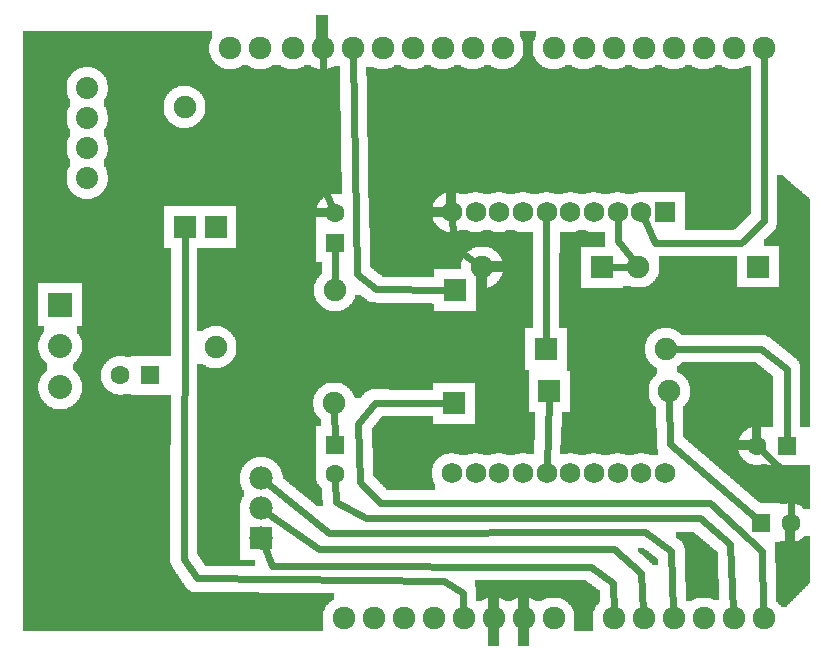
<source format=gbl>
G04 MADE WITH FRITZING*
G04 WWW.FRITZING.ORG*
G04 DOUBLE SIDED*
G04 HOLES PLATED*
G04 CONTOUR ON CENTER OF CONTOUR VECTOR*
%ASAXBY*%
%FSLAX23Y23*%
%MOIN*%
%OFA0B0*%
%SFA1.0B1.0*%
%ADD10C,0.075000*%
%ADD11C,0.075833*%
%ADD12C,0.068000*%
%ADD13C,0.062992*%
%ADD14C,0.073889*%
%ADD15C,0.078000*%
%ADD16C,0.080000*%
%ADD17R,0.068000X0.068000*%
%ADD18R,0.075000X0.075000*%
%ADD19R,0.062992X0.062992*%
%ADD20R,0.078000X0.078000*%
%ADD21R,0.080000X0.080000*%
%ADD22C,0.024000*%
%ADD23R,0.001000X0.001000*%
%LNCOPPER0*%
G90*
G70*
G54D10*
X2613Y1466D03*
X2329Y880D03*
X131Y1991D03*
X2313Y289D03*
X2613Y278D03*
G54D11*
X742Y1992D03*
X842Y1992D03*
X949Y1992D03*
X1049Y1992D03*
X1149Y1992D03*
X1249Y1992D03*
X1349Y1992D03*
X1449Y1992D03*
X1549Y1992D03*
X1649Y1992D03*
X1819Y1992D03*
X1919Y1992D03*
X2019Y1992D03*
X2119Y1992D03*
X2219Y1992D03*
X2319Y1992D03*
X2419Y1992D03*
X2519Y1992D03*
X1119Y92D03*
X1219Y92D03*
X1319Y92D03*
X1419Y92D03*
X1519Y92D03*
X1619Y92D03*
X1719Y92D03*
X1819Y92D03*
X2019Y92D03*
X2119Y92D03*
X2219Y92D03*
X2319Y92D03*
X2419Y92D03*
X2519Y92D03*
G54D12*
X2191Y1446D03*
X2112Y1446D03*
X2033Y1446D03*
X1954Y1446D03*
X1875Y1446D03*
X1796Y1446D03*
X1717Y1446D03*
X1638Y1446D03*
X1559Y1446D03*
X1480Y1446D03*
X1480Y576D03*
X1559Y576D03*
X1638Y576D03*
X1717Y576D03*
X1796Y576D03*
X1875Y576D03*
X1954Y576D03*
X2033Y576D03*
X2112Y576D03*
X2191Y576D03*
G54D10*
X1794Y990D03*
X2194Y990D03*
X1488Y809D03*
X1088Y809D03*
X1491Y1186D03*
X1091Y1186D03*
X693Y1396D03*
X693Y996D03*
X1805Y849D03*
X2205Y849D03*
G54D13*
X2596Y667D03*
X2498Y667D03*
X1090Y671D03*
X1090Y572D03*
X473Y902D03*
X375Y902D03*
G54D14*
X264Y1560D03*
X264Y1660D03*
X264Y1760D03*
X264Y1860D03*
G54D10*
X589Y1397D03*
X589Y1797D03*
X2502Y1264D03*
X2102Y1264D03*
X1981Y1262D03*
X1581Y1262D03*
G54D13*
X2511Y411D03*
X2610Y411D03*
X1091Y1344D03*
X1091Y1443D03*
G54D15*
X844Y358D03*
X844Y458D03*
X844Y558D03*
G54D16*
X175Y1137D03*
X175Y999D03*
X175Y862D03*
G54D17*
X2191Y1446D03*
G54D18*
X1794Y990D03*
X1488Y809D03*
X1491Y1186D03*
X693Y1396D03*
X1805Y849D03*
G54D19*
X2596Y667D03*
X1090Y671D03*
X473Y902D03*
G54D18*
X589Y1397D03*
X2502Y1264D03*
X1981Y1262D03*
G54D19*
X2511Y411D03*
X1091Y1344D03*
G54D20*
X844Y358D03*
G54D21*
X175Y1137D03*
G54D22*
X2306Y425D02*
X2408Y338D01*
D02*
X1194Y425D02*
X2306Y425D01*
D02*
X1091Y549D02*
X1094Y481D01*
D02*
X2339Y475D02*
X2514Y316D01*
D02*
X1223Y811D02*
X1168Y740D01*
D02*
X1463Y809D02*
X1223Y811D01*
D02*
X2205Y824D02*
X2208Y672D01*
D02*
X2218Y990D02*
X2511Y991D01*
D02*
X2511Y991D02*
X2597Y922D01*
D02*
X1091Y1211D02*
X1091Y1321D01*
D02*
X1466Y1186D02*
X1228Y1188D01*
D02*
X1228Y1188D02*
X1164Y1238D01*
D02*
X1053Y1525D02*
X1081Y1464D01*
D02*
X1049Y1968D02*
X1053Y1525D01*
D02*
X1069Y375D02*
X864Y542D01*
D02*
X2125Y380D02*
X1069Y375D01*
D02*
X2218Y117D02*
X2211Y316D01*
D02*
X1036Y322D02*
X865Y444D01*
D02*
X2022Y322D02*
X1036Y322D01*
D02*
X2118Y117D02*
X2111Y244D01*
D02*
X881Y266D02*
X1944Y263D01*
D02*
X1944Y263D02*
X2017Y211D01*
D02*
X854Y335D02*
X881Y266D01*
D02*
X1517Y177D02*
X1518Y117D01*
D02*
X631Y225D02*
X1453Y216D01*
D02*
X586Y291D02*
X631Y225D01*
D02*
X589Y1372D02*
X586Y291D01*
D02*
X1453Y216D02*
X1517Y177D01*
D02*
X1164Y1238D02*
X1150Y1968D01*
D02*
X1090Y693D02*
X1088Y784D01*
D02*
X2519Y1968D02*
X2519Y1416D01*
D02*
X2519Y1416D02*
X2444Y1344D01*
D02*
X2444Y1344D02*
X2156Y1344D01*
D02*
X2156Y1344D02*
X2121Y1425D01*
D02*
X2017Y211D02*
X2019Y117D01*
D02*
X2111Y244D02*
X2022Y322D01*
D02*
X2211Y316D02*
X2125Y380D01*
D02*
X1094Y481D02*
X1194Y425D01*
D02*
X2408Y338D02*
X2418Y117D01*
D02*
X2514Y316D02*
X2518Y117D01*
D02*
X1239Y477D02*
X2339Y475D01*
D02*
X1175Y547D02*
X1239Y477D01*
D02*
X1168Y740D02*
X1175Y547D01*
D02*
X1794Y1015D02*
X1795Y1423D01*
D02*
X1804Y824D02*
X1796Y600D01*
D02*
X2033Y1350D02*
X2087Y1283D01*
D02*
X2033Y1423D02*
X2033Y1350D01*
D02*
X2006Y1262D02*
X2077Y1264D01*
D02*
X1486Y1330D02*
X1561Y1277D01*
D02*
X1481Y1423D02*
X1486Y1330D01*
D02*
X2597Y922D02*
X2596Y690D01*
D02*
X2208Y672D02*
X2494Y426D01*
D02*
X2514Y651D02*
X2608Y563D01*
D02*
X2608Y563D02*
X2610Y434D01*
G36*
X2564Y1569D02*
X2564Y1403D01*
X2562Y1403D01*
X2562Y1395D01*
X2560Y1395D01*
X2560Y1391D01*
X2558Y1391D01*
X2558Y1389D01*
X2556Y1389D01*
X2556Y1385D01*
X2554Y1385D01*
X2554Y1383D01*
X2552Y1383D01*
X2552Y1381D01*
X2550Y1381D01*
X2550Y1379D01*
X2548Y1379D01*
X2548Y1377D01*
X2546Y1377D01*
X2546Y1375D01*
X2544Y1375D01*
X2544Y1373D01*
X2542Y1373D01*
X2542Y1371D01*
X2540Y1371D01*
X2540Y1369D01*
X2538Y1369D01*
X2538Y1367D01*
X2536Y1367D01*
X2536Y1365D01*
X2534Y1365D01*
X2534Y1363D01*
X2532Y1363D01*
X2532Y1361D01*
X2530Y1361D01*
X2530Y1359D01*
X2526Y1359D01*
X2526Y1357D01*
X2524Y1357D01*
X2524Y1355D01*
X2522Y1355D01*
X2522Y1353D01*
X2520Y1353D01*
X2520Y1333D01*
X2572Y1333D01*
X2572Y1195D01*
X2674Y1195D01*
X2674Y1491D01*
X2672Y1491D01*
X2672Y1493D01*
X2670Y1493D01*
X2670Y1495D01*
X2666Y1495D01*
X2666Y1497D01*
X2664Y1497D01*
X2664Y1499D01*
X2662Y1499D01*
X2662Y1501D01*
X2660Y1501D01*
X2660Y1503D01*
X2658Y1503D01*
X2658Y1505D01*
X2654Y1505D01*
X2654Y1507D01*
X2652Y1507D01*
X2652Y1509D01*
X2650Y1509D01*
X2650Y1511D01*
X2648Y1511D01*
X2648Y1513D01*
X2646Y1513D01*
X2646Y1515D01*
X2644Y1515D01*
X2644Y1517D01*
X2640Y1517D01*
X2640Y1519D01*
X2638Y1519D01*
X2638Y1521D01*
X2636Y1521D01*
X2636Y1523D01*
X2634Y1523D01*
X2634Y1525D01*
X2632Y1525D01*
X2632Y1527D01*
X2628Y1527D01*
X2628Y1529D01*
X2626Y1529D01*
X2626Y1531D01*
X2624Y1531D01*
X2624Y1533D01*
X2622Y1533D01*
X2622Y1535D01*
X2620Y1535D01*
X2620Y1537D01*
X2618Y1537D01*
X2618Y1539D01*
X2614Y1539D01*
X2614Y1541D01*
X2612Y1541D01*
X2612Y1543D01*
X2610Y1543D01*
X2610Y1545D01*
X2608Y1545D01*
X2608Y1547D01*
X2606Y1547D01*
X2606Y1549D01*
X2602Y1549D01*
X2602Y1551D01*
X2600Y1551D01*
X2600Y1553D01*
X2598Y1553D01*
X2598Y1555D01*
X2596Y1555D01*
X2596Y1557D01*
X2594Y1557D01*
X2594Y1559D01*
X2592Y1559D01*
X2592Y1561D01*
X2590Y1561D01*
X2590Y1563D01*
X2588Y1563D01*
X2588Y1565D01*
X2586Y1565D01*
X2586Y1567D01*
X2584Y1567D01*
X2584Y1569D01*
X2564Y1569D01*
G37*
D02*
G36*
X1904Y1387D02*
X1904Y1385D01*
X1900Y1385D01*
X1900Y1383D01*
X1894Y1383D01*
X1894Y1381D01*
X1840Y1381D01*
X1840Y1311D01*
X1838Y1311D01*
X1838Y1193D01*
X1912Y1193D01*
X1912Y1331D01*
X1990Y1331D01*
X1990Y1381D01*
X1934Y1381D01*
X1934Y1383D01*
X1928Y1383D01*
X1928Y1385D01*
X1924Y1385D01*
X1924Y1387D01*
X1904Y1387D01*
G37*
D02*
G36*
X2170Y1299D02*
X2170Y1279D01*
X2172Y1279D01*
X2172Y1249D01*
X2170Y1249D01*
X2170Y1241D01*
X2168Y1241D01*
X2168Y1235D01*
X2166Y1235D01*
X2166Y1231D01*
X2164Y1231D01*
X2164Y1229D01*
X2162Y1229D01*
X2162Y1225D01*
X2160Y1225D01*
X2160Y1223D01*
X2158Y1223D01*
X2158Y1221D01*
X2156Y1221D01*
X2156Y1217D01*
X2154Y1217D01*
X2154Y1215D01*
X2152Y1215D01*
X2152Y1213D01*
X2150Y1213D01*
X2150Y1211D01*
X2148Y1211D01*
X2148Y1209D01*
X2144Y1209D01*
X2144Y1207D01*
X2142Y1207D01*
X2142Y1205D01*
X2140Y1205D01*
X2140Y1203D01*
X2136Y1203D01*
X2136Y1201D01*
X2132Y1201D01*
X2132Y1199D01*
X2128Y1199D01*
X2128Y1197D01*
X2122Y1197D01*
X2122Y1195D01*
X2432Y1195D01*
X2432Y1299D01*
X2170Y1299D01*
G37*
D02*
G36*
X2050Y1201D02*
X2050Y1195D01*
X2082Y1195D01*
X2082Y1197D01*
X2076Y1197D01*
X2076Y1199D01*
X2072Y1199D01*
X2072Y1201D01*
X2050Y1201D01*
G37*
D02*
G36*
X2050Y1195D02*
X2050Y1193D01*
X2674Y1193D01*
X2674Y1195D01*
X2050Y1195D01*
G37*
D02*
G36*
X2050Y1195D02*
X2050Y1193D01*
X2674Y1193D01*
X2674Y1195D01*
X2050Y1195D01*
G37*
D02*
G36*
X2050Y1195D02*
X2050Y1193D01*
X2674Y1193D01*
X2674Y1195D01*
X2050Y1195D01*
G37*
D02*
G36*
X1838Y1193D02*
X1838Y1191D01*
X2674Y1191D01*
X2674Y1193D01*
X1838Y1193D01*
G37*
D02*
G36*
X1838Y1193D02*
X1838Y1191D01*
X2674Y1191D01*
X2674Y1193D01*
X1838Y1193D01*
G37*
D02*
G36*
X1838Y1191D02*
X1838Y1059D01*
X2212Y1059D01*
X2212Y1057D01*
X2218Y1057D01*
X2218Y1055D01*
X2222Y1055D01*
X2222Y1053D01*
X2226Y1053D01*
X2226Y1051D01*
X2230Y1051D01*
X2230Y1049D01*
X2232Y1049D01*
X2232Y1047D01*
X2236Y1047D01*
X2236Y1045D01*
X2238Y1045D01*
X2238Y1043D01*
X2240Y1043D01*
X2240Y1041D01*
X2242Y1041D01*
X2242Y1039D01*
X2244Y1039D01*
X2244Y1037D01*
X2246Y1037D01*
X2246Y1035D01*
X2526Y1035D01*
X2526Y1033D01*
X2532Y1033D01*
X2532Y1031D01*
X2536Y1031D01*
X2536Y1029D01*
X2540Y1029D01*
X2540Y1027D01*
X2542Y1027D01*
X2542Y1025D01*
X2544Y1025D01*
X2544Y1023D01*
X2548Y1023D01*
X2548Y1021D01*
X2550Y1021D01*
X2550Y1019D01*
X2552Y1019D01*
X2552Y1017D01*
X2554Y1017D01*
X2554Y1015D01*
X2556Y1015D01*
X2556Y1013D01*
X2560Y1013D01*
X2560Y1011D01*
X2562Y1011D01*
X2562Y1009D01*
X2564Y1009D01*
X2564Y1007D01*
X2566Y1007D01*
X2566Y1005D01*
X2570Y1005D01*
X2570Y1003D01*
X2572Y1003D01*
X2572Y1001D01*
X2574Y1001D01*
X2574Y999D01*
X2576Y999D01*
X2576Y997D01*
X2580Y997D01*
X2580Y995D01*
X2582Y995D01*
X2582Y993D01*
X2584Y993D01*
X2584Y991D01*
X2586Y991D01*
X2586Y989D01*
X2590Y989D01*
X2590Y987D01*
X2592Y987D01*
X2592Y985D01*
X2594Y985D01*
X2594Y983D01*
X2596Y983D01*
X2596Y981D01*
X2600Y981D01*
X2600Y979D01*
X2602Y979D01*
X2602Y977D01*
X2604Y977D01*
X2604Y975D01*
X2606Y975D01*
X2606Y973D01*
X2610Y973D01*
X2610Y971D01*
X2612Y971D01*
X2612Y969D01*
X2614Y969D01*
X2614Y967D01*
X2616Y967D01*
X2616Y965D01*
X2618Y965D01*
X2618Y963D01*
X2622Y963D01*
X2622Y961D01*
X2624Y961D01*
X2624Y959D01*
X2626Y959D01*
X2626Y957D01*
X2628Y957D01*
X2628Y955D01*
X2630Y955D01*
X2630Y953D01*
X2632Y953D01*
X2632Y951D01*
X2634Y951D01*
X2634Y949D01*
X2636Y949D01*
X2636Y945D01*
X2638Y945D01*
X2638Y941D01*
X2640Y941D01*
X2640Y933D01*
X2642Y933D01*
X2642Y869D01*
X2640Y869D01*
X2640Y731D01*
X2674Y731D01*
X2674Y1191D01*
X1838Y1191D01*
G37*
D02*
G36*
X1864Y1059D02*
X1864Y917D01*
X1874Y917D01*
X1874Y779D01*
X1846Y779D01*
X1846Y731D01*
X1844Y731D01*
X1844Y671D01*
X1842Y671D01*
X1842Y643D01*
X2120Y643D01*
X2120Y641D01*
X2132Y641D01*
X2132Y639D01*
X2136Y639D01*
X2136Y637D01*
X2140Y637D01*
X2140Y635D01*
X2162Y635D01*
X2162Y637D01*
X2166Y637D01*
X2166Y657D01*
X2164Y657D01*
X2164Y727D01*
X2162Y727D01*
X2162Y793D01*
X2160Y793D01*
X2160Y795D01*
X2158Y795D01*
X2158Y797D01*
X2156Y797D01*
X2156Y799D01*
X2154Y799D01*
X2154Y801D01*
X2152Y801D01*
X2152Y803D01*
X2150Y803D01*
X2150Y807D01*
X2148Y807D01*
X2148Y809D01*
X2146Y809D01*
X2146Y811D01*
X2144Y811D01*
X2144Y815D01*
X2142Y815D01*
X2142Y819D01*
X2140Y819D01*
X2140Y823D01*
X2138Y823D01*
X2138Y829D01*
X2136Y829D01*
X2136Y869D01*
X2138Y869D01*
X2138Y873D01*
X2140Y873D01*
X2140Y879D01*
X2142Y879D01*
X2142Y883D01*
X2144Y883D01*
X2144Y885D01*
X2146Y885D01*
X2146Y889D01*
X2148Y889D01*
X2148Y891D01*
X2150Y891D01*
X2150Y893D01*
X2152Y893D01*
X2152Y895D01*
X2154Y895D01*
X2154Y897D01*
X2156Y897D01*
X2156Y899D01*
X2158Y899D01*
X2158Y901D01*
X2160Y901D01*
X2160Y903D01*
X2162Y903D01*
X2162Y905D01*
X2164Y905D01*
X2164Y927D01*
X2160Y927D01*
X2160Y929D01*
X2158Y929D01*
X2158Y931D01*
X2154Y931D01*
X2154Y933D01*
X2152Y933D01*
X2152Y935D01*
X2150Y935D01*
X2150Y937D01*
X2146Y937D01*
X2146Y939D01*
X2144Y939D01*
X2144Y941D01*
X2142Y941D01*
X2142Y943D01*
X2140Y943D01*
X2140Y947D01*
X2138Y947D01*
X2138Y949D01*
X2136Y949D01*
X2136Y951D01*
X2134Y951D01*
X2134Y955D01*
X2132Y955D01*
X2132Y957D01*
X2130Y957D01*
X2130Y961D01*
X2128Y961D01*
X2128Y967D01*
X2126Y967D01*
X2126Y973D01*
X2124Y973D01*
X2124Y1007D01*
X2126Y1007D01*
X2126Y1013D01*
X2128Y1013D01*
X2128Y1017D01*
X2130Y1017D01*
X2130Y1021D01*
X2132Y1021D01*
X2132Y1025D01*
X2134Y1025D01*
X2134Y1029D01*
X2136Y1029D01*
X2136Y1031D01*
X2138Y1031D01*
X2138Y1033D01*
X2140Y1033D01*
X2140Y1037D01*
X2142Y1037D01*
X2142Y1039D01*
X2144Y1039D01*
X2144Y1041D01*
X2146Y1041D01*
X2146Y1043D01*
X2150Y1043D01*
X2150Y1045D01*
X2152Y1045D01*
X2152Y1047D01*
X2154Y1047D01*
X2154Y1049D01*
X2158Y1049D01*
X2158Y1051D01*
X2160Y1051D01*
X2160Y1053D01*
X2164Y1053D01*
X2164Y1055D01*
X2170Y1055D01*
X2170Y1057D01*
X2176Y1057D01*
X2176Y1059D01*
X1864Y1059D01*
G37*
D02*
G36*
X1842Y643D02*
X1842Y641D01*
X1866Y641D01*
X1866Y643D01*
X1842Y643D01*
G37*
D02*
G36*
X1884Y643D02*
X1884Y641D01*
X1894Y641D01*
X1894Y639D01*
X1900Y639D01*
X1900Y637D01*
X1904Y637D01*
X1904Y635D01*
X1924Y635D01*
X1924Y637D01*
X1928Y637D01*
X1928Y639D01*
X1934Y639D01*
X1934Y641D01*
X1944Y641D01*
X1944Y643D01*
X1884Y643D01*
G37*
D02*
G36*
X1962Y643D02*
X1962Y641D01*
X1974Y641D01*
X1974Y639D01*
X1978Y639D01*
X1978Y637D01*
X1982Y637D01*
X1982Y635D01*
X2004Y635D01*
X2004Y637D01*
X2008Y637D01*
X2008Y639D01*
X2012Y639D01*
X2012Y641D01*
X2024Y641D01*
X2024Y643D01*
X1962Y643D01*
G37*
D02*
G36*
X2042Y643D02*
X2042Y641D01*
X2052Y641D01*
X2052Y639D01*
X2058Y639D01*
X2058Y637D01*
X2062Y637D01*
X2062Y635D01*
X2082Y635D01*
X2082Y637D01*
X2086Y637D01*
X2086Y639D01*
X2092Y639D01*
X2092Y641D01*
X2102Y641D01*
X2102Y643D01*
X2042Y643D01*
G37*
D02*
G36*
X2248Y947D02*
X2248Y945D01*
X2246Y945D01*
X2246Y943D01*
X2244Y943D01*
X2244Y941D01*
X2242Y941D01*
X2242Y939D01*
X2240Y939D01*
X2240Y937D01*
X2238Y937D01*
X2238Y935D01*
X2236Y935D01*
X2236Y933D01*
X2232Y933D01*
X2232Y913D01*
X2234Y913D01*
X2234Y911D01*
X2238Y911D01*
X2238Y909D01*
X2242Y909D01*
X2242Y907D01*
X2244Y907D01*
X2244Y905D01*
X2248Y905D01*
X2248Y903D01*
X2250Y903D01*
X2250Y901D01*
X2252Y901D01*
X2252Y899D01*
X2254Y899D01*
X2254Y897D01*
X2256Y897D01*
X2256Y895D01*
X2258Y895D01*
X2258Y893D01*
X2260Y893D01*
X2260Y889D01*
X2262Y889D01*
X2262Y887D01*
X2264Y887D01*
X2264Y885D01*
X2266Y885D01*
X2266Y881D01*
X2268Y881D01*
X2268Y877D01*
X2270Y877D01*
X2270Y873D01*
X2272Y873D01*
X2272Y865D01*
X2274Y865D01*
X2274Y831D01*
X2272Y831D01*
X2272Y825D01*
X2270Y825D01*
X2270Y821D01*
X2268Y821D01*
X2268Y817D01*
X2266Y817D01*
X2266Y813D01*
X2264Y813D01*
X2264Y809D01*
X2262Y809D01*
X2262Y807D01*
X2260Y807D01*
X2260Y805D01*
X2258Y805D01*
X2258Y803D01*
X2256Y803D01*
X2256Y801D01*
X2254Y801D01*
X2254Y799D01*
X2252Y799D01*
X2252Y797D01*
X2250Y797D01*
X2250Y743D01*
X2252Y743D01*
X2252Y731D01*
X2508Y731D01*
X2508Y729D01*
X2534Y729D01*
X2534Y731D01*
X2552Y731D01*
X2552Y899D01*
X2550Y899D01*
X2550Y901D01*
X2546Y901D01*
X2546Y903D01*
X2544Y903D01*
X2544Y905D01*
X2542Y905D01*
X2542Y907D01*
X2540Y907D01*
X2540Y909D01*
X2536Y909D01*
X2536Y911D01*
X2534Y911D01*
X2534Y913D01*
X2532Y913D01*
X2532Y915D01*
X2530Y915D01*
X2530Y917D01*
X2526Y917D01*
X2526Y919D01*
X2524Y919D01*
X2524Y921D01*
X2522Y921D01*
X2522Y923D01*
X2520Y923D01*
X2520Y925D01*
X2516Y925D01*
X2516Y927D01*
X2514Y927D01*
X2514Y929D01*
X2512Y929D01*
X2512Y931D01*
X2510Y931D01*
X2510Y933D01*
X2506Y933D01*
X2506Y935D01*
X2504Y935D01*
X2504Y937D01*
X2502Y937D01*
X2502Y939D01*
X2500Y939D01*
X2500Y941D01*
X2498Y941D01*
X2498Y943D01*
X2494Y943D01*
X2494Y945D01*
X2492Y945D01*
X2492Y947D01*
X2248Y947D01*
G37*
D02*
G36*
X2252Y731D02*
X2252Y695D01*
X2254Y695D01*
X2254Y693D01*
X2256Y693D01*
X2256Y691D01*
X2258Y691D01*
X2258Y689D01*
X2260Y689D01*
X2260Y687D01*
X2264Y687D01*
X2264Y685D01*
X2266Y685D01*
X2266Y683D01*
X2268Y683D01*
X2268Y681D01*
X2270Y681D01*
X2270Y679D01*
X2272Y679D01*
X2272Y677D01*
X2274Y677D01*
X2274Y675D01*
X2278Y675D01*
X2278Y673D01*
X2280Y673D01*
X2280Y671D01*
X2282Y671D01*
X2282Y669D01*
X2284Y669D01*
X2284Y667D01*
X2286Y667D01*
X2286Y665D01*
X2288Y665D01*
X2288Y663D01*
X2292Y663D01*
X2292Y661D01*
X2294Y661D01*
X2294Y659D01*
X2296Y659D01*
X2296Y657D01*
X2298Y657D01*
X2298Y655D01*
X2300Y655D01*
X2300Y653D01*
X2302Y653D01*
X2302Y651D01*
X2306Y651D01*
X2306Y649D01*
X2308Y649D01*
X2308Y647D01*
X2310Y647D01*
X2310Y645D01*
X2312Y645D01*
X2312Y643D01*
X2314Y643D01*
X2314Y641D01*
X2316Y641D01*
X2316Y639D01*
X2320Y639D01*
X2320Y637D01*
X2322Y637D01*
X2322Y635D01*
X2324Y635D01*
X2324Y633D01*
X2326Y633D01*
X2326Y631D01*
X2328Y631D01*
X2328Y629D01*
X2330Y629D01*
X2330Y627D01*
X2332Y627D01*
X2332Y625D01*
X2336Y625D01*
X2336Y623D01*
X2338Y623D01*
X2338Y621D01*
X2340Y621D01*
X2340Y619D01*
X2342Y619D01*
X2342Y617D01*
X2344Y617D01*
X2344Y615D01*
X2346Y615D01*
X2346Y613D01*
X2350Y613D01*
X2350Y611D01*
X2352Y611D01*
X2352Y609D01*
X2354Y609D01*
X2354Y607D01*
X2356Y607D01*
X2356Y605D01*
X2358Y605D01*
X2358Y603D01*
X2484Y603D01*
X2484Y605D01*
X2476Y605D01*
X2476Y607D01*
X2472Y607D01*
X2472Y609D01*
X2468Y609D01*
X2468Y611D01*
X2464Y611D01*
X2464Y613D01*
X2462Y613D01*
X2462Y615D01*
X2458Y615D01*
X2458Y617D01*
X2456Y617D01*
X2456Y619D01*
X2454Y619D01*
X2454Y621D01*
X2452Y621D01*
X2452Y623D01*
X2450Y623D01*
X2450Y625D01*
X2448Y625D01*
X2448Y627D01*
X2446Y627D01*
X2446Y631D01*
X2444Y631D01*
X2444Y633D01*
X2442Y633D01*
X2442Y637D01*
X2440Y637D01*
X2440Y639D01*
X2438Y639D01*
X2438Y645D01*
X2436Y645D01*
X2436Y651D01*
X2434Y651D01*
X2434Y683D01*
X2436Y683D01*
X2436Y689D01*
X2438Y689D01*
X2438Y693D01*
X2440Y693D01*
X2440Y697D01*
X2442Y697D01*
X2442Y701D01*
X2444Y701D01*
X2444Y703D01*
X2446Y703D01*
X2446Y707D01*
X2448Y707D01*
X2448Y709D01*
X2450Y709D01*
X2450Y711D01*
X2452Y711D01*
X2452Y713D01*
X2454Y713D01*
X2454Y715D01*
X2456Y715D01*
X2456Y717D01*
X2460Y717D01*
X2460Y719D01*
X2462Y719D01*
X2462Y721D01*
X2464Y721D01*
X2464Y723D01*
X2468Y723D01*
X2468Y725D01*
X2472Y725D01*
X2472Y727D01*
X2478Y727D01*
X2478Y729D01*
X2486Y729D01*
X2486Y731D01*
X2252Y731D01*
G37*
D02*
G36*
X2512Y605D02*
X2512Y603D01*
X2532Y603D01*
X2532Y605D01*
X2512Y605D01*
G37*
D02*
G36*
X2360Y603D02*
X2360Y601D01*
X2674Y601D01*
X2674Y603D01*
X2360Y603D01*
G37*
D02*
G36*
X2360Y603D02*
X2360Y601D01*
X2674Y601D01*
X2674Y603D01*
X2360Y603D01*
G37*
D02*
G36*
X2364Y601D02*
X2364Y599D01*
X2366Y599D01*
X2366Y597D01*
X2368Y597D01*
X2368Y595D01*
X2370Y595D01*
X2370Y593D01*
X2372Y593D01*
X2372Y591D01*
X2374Y591D01*
X2374Y589D01*
X2378Y589D01*
X2378Y587D01*
X2380Y587D01*
X2380Y585D01*
X2382Y585D01*
X2382Y583D01*
X2384Y583D01*
X2384Y581D01*
X2386Y581D01*
X2386Y579D01*
X2388Y579D01*
X2388Y577D01*
X2392Y577D01*
X2392Y575D01*
X2394Y575D01*
X2394Y573D01*
X2396Y573D01*
X2396Y571D01*
X2398Y571D01*
X2398Y569D01*
X2400Y569D01*
X2400Y567D01*
X2402Y567D01*
X2402Y565D01*
X2406Y565D01*
X2406Y563D01*
X2408Y563D01*
X2408Y561D01*
X2410Y561D01*
X2410Y559D01*
X2412Y559D01*
X2412Y557D01*
X2414Y557D01*
X2414Y555D01*
X2416Y555D01*
X2416Y553D01*
X2420Y553D01*
X2420Y551D01*
X2422Y551D01*
X2422Y549D01*
X2424Y549D01*
X2424Y547D01*
X2426Y547D01*
X2426Y545D01*
X2428Y545D01*
X2428Y543D01*
X2430Y543D01*
X2430Y541D01*
X2432Y541D01*
X2432Y539D01*
X2436Y539D01*
X2436Y537D01*
X2438Y537D01*
X2438Y535D01*
X2440Y535D01*
X2440Y533D01*
X2442Y533D01*
X2442Y531D01*
X2444Y531D01*
X2444Y529D01*
X2446Y529D01*
X2446Y527D01*
X2450Y527D01*
X2450Y525D01*
X2452Y525D01*
X2452Y523D01*
X2454Y523D01*
X2454Y521D01*
X2456Y521D01*
X2456Y519D01*
X2458Y519D01*
X2458Y517D01*
X2460Y517D01*
X2460Y515D01*
X2464Y515D01*
X2464Y513D01*
X2466Y513D01*
X2466Y511D01*
X2468Y511D01*
X2468Y509D01*
X2470Y509D01*
X2470Y507D01*
X2472Y507D01*
X2472Y505D01*
X2474Y505D01*
X2474Y503D01*
X2478Y503D01*
X2478Y501D01*
X2480Y501D01*
X2480Y499D01*
X2482Y499D01*
X2482Y497D01*
X2484Y497D01*
X2484Y495D01*
X2486Y495D01*
X2486Y493D01*
X2488Y493D01*
X2488Y491D01*
X2492Y491D01*
X2492Y489D01*
X2494Y489D01*
X2494Y487D01*
X2496Y487D01*
X2496Y485D01*
X2498Y485D01*
X2498Y483D01*
X2500Y483D01*
X2500Y481D01*
X2502Y481D01*
X2502Y479D01*
X2506Y479D01*
X2506Y477D01*
X2508Y477D01*
X2508Y475D01*
X2622Y475D01*
X2622Y473D01*
X2630Y473D01*
X2630Y471D01*
X2636Y471D01*
X2636Y469D01*
X2640Y469D01*
X2640Y467D01*
X2642Y467D01*
X2642Y465D01*
X2646Y465D01*
X2646Y463D01*
X2648Y463D01*
X2648Y461D01*
X2650Y461D01*
X2650Y459D01*
X2652Y459D01*
X2652Y457D01*
X2674Y457D01*
X2674Y601D01*
X2364Y601D01*
G37*
D02*
G36*
X2574Y475D02*
X2574Y473D01*
X2598Y473D01*
X2598Y475D01*
X2574Y475D01*
G37*
D02*
G36*
X52Y2049D02*
X52Y1929D01*
X280Y1929D01*
X280Y1927D01*
X286Y1927D01*
X286Y1925D01*
X292Y1925D01*
X292Y1923D01*
X722Y1923D01*
X722Y1925D01*
X716Y1925D01*
X716Y1927D01*
X712Y1927D01*
X712Y1929D01*
X708Y1929D01*
X708Y1931D01*
X706Y1931D01*
X706Y1933D01*
X702Y1933D01*
X702Y1935D01*
X700Y1935D01*
X700Y1937D01*
X698Y1937D01*
X698Y1939D01*
X694Y1939D01*
X694Y1941D01*
X692Y1941D01*
X692Y1943D01*
X690Y1943D01*
X690Y1945D01*
X688Y1945D01*
X688Y1949D01*
X686Y1949D01*
X686Y1951D01*
X684Y1951D01*
X684Y1953D01*
X682Y1953D01*
X682Y1957D01*
X680Y1957D01*
X680Y1961D01*
X678Y1961D01*
X678Y1965D01*
X676Y1965D01*
X676Y1969D01*
X674Y1969D01*
X674Y1977D01*
X672Y1977D01*
X672Y2007D01*
X674Y2007D01*
X674Y2015D01*
X676Y2015D01*
X676Y2019D01*
X678Y2019D01*
X678Y2023D01*
X680Y2023D01*
X680Y2027D01*
X682Y2027D01*
X682Y2049D01*
X52Y2049D01*
G37*
D02*
G36*
X1708Y2049D02*
X1708Y2029D01*
X1710Y2029D01*
X1710Y2025D01*
X1712Y2025D01*
X1712Y2023D01*
X1714Y2023D01*
X1714Y2017D01*
X1716Y2017D01*
X1716Y2011D01*
X1718Y2011D01*
X1718Y1973D01*
X1716Y1973D01*
X1716Y1967D01*
X1714Y1967D01*
X1714Y1961D01*
X1712Y1961D01*
X1712Y1959D01*
X1710Y1959D01*
X1710Y1955D01*
X1708Y1955D01*
X1708Y1953D01*
X1706Y1953D01*
X1706Y1949D01*
X1704Y1949D01*
X1704Y1947D01*
X1702Y1947D01*
X1702Y1945D01*
X1700Y1945D01*
X1700Y1943D01*
X1698Y1943D01*
X1698Y1941D01*
X1696Y1941D01*
X1696Y1939D01*
X1694Y1939D01*
X1694Y1937D01*
X1692Y1937D01*
X1692Y1935D01*
X1688Y1935D01*
X1688Y1933D01*
X1686Y1933D01*
X1686Y1931D01*
X1682Y1931D01*
X1682Y1929D01*
X1678Y1929D01*
X1678Y1927D01*
X1674Y1927D01*
X1674Y1925D01*
X1668Y1925D01*
X1668Y1923D01*
X1800Y1923D01*
X1800Y1925D01*
X1794Y1925D01*
X1794Y1927D01*
X1790Y1927D01*
X1790Y1929D01*
X1786Y1929D01*
X1786Y1931D01*
X1782Y1931D01*
X1782Y1933D01*
X1780Y1933D01*
X1780Y1935D01*
X1776Y1935D01*
X1776Y1937D01*
X1774Y1937D01*
X1774Y1939D01*
X1772Y1939D01*
X1772Y1941D01*
X1770Y1941D01*
X1770Y1943D01*
X1768Y1943D01*
X1768Y1945D01*
X1766Y1945D01*
X1766Y1947D01*
X1764Y1947D01*
X1764Y1949D01*
X1762Y1949D01*
X1762Y1953D01*
X1760Y1953D01*
X1760Y1955D01*
X1758Y1955D01*
X1758Y1959D01*
X1756Y1959D01*
X1756Y1963D01*
X1754Y1963D01*
X1754Y1967D01*
X1752Y1967D01*
X1752Y1973D01*
X1750Y1973D01*
X1750Y2011D01*
X1752Y2011D01*
X1752Y2017D01*
X1754Y2017D01*
X1754Y2021D01*
X1756Y2021D01*
X1756Y2025D01*
X1758Y2025D01*
X1758Y2029D01*
X1760Y2029D01*
X1760Y2049D01*
X1708Y2049D01*
G37*
D02*
G36*
X884Y1937D02*
X884Y1935D01*
X882Y1935D01*
X882Y1933D01*
X878Y1933D01*
X878Y1931D01*
X876Y1931D01*
X876Y1929D01*
X872Y1929D01*
X872Y1927D01*
X868Y1927D01*
X868Y1925D01*
X862Y1925D01*
X862Y1923D01*
X930Y1923D01*
X930Y1925D01*
X924Y1925D01*
X924Y1927D01*
X920Y1927D01*
X920Y1929D01*
X916Y1929D01*
X916Y1931D01*
X912Y1931D01*
X912Y1933D01*
X910Y1933D01*
X910Y1935D01*
X906Y1935D01*
X906Y1937D01*
X884Y1937D01*
G37*
D02*
G36*
X782Y1935D02*
X782Y1933D01*
X778Y1933D01*
X778Y1931D01*
X776Y1931D01*
X776Y1929D01*
X772Y1929D01*
X772Y1927D01*
X768Y1927D01*
X768Y1925D01*
X762Y1925D01*
X762Y1923D01*
X822Y1923D01*
X822Y1925D01*
X816Y1925D01*
X816Y1927D01*
X812Y1927D01*
X812Y1929D01*
X808Y1929D01*
X808Y1931D01*
X806Y1931D01*
X806Y1933D01*
X802Y1933D01*
X802Y1935D01*
X782Y1935D01*
G37*
D02*
G36*
X988Y1935D02*
X988Y1933D01*
X986Y1933D01*
X986Y1931D01*
X982Y1931D01*
X982Y1929D01*
X978Y1929D01*
X978Y1927D01*
X974Y1927D01*
X974Y1925D01*
X968Y1925D01*
X968Y1923D01*
X1030Y1923D01*
X1030Y1925D01*
X1024Y1925D01*
X1024Y1927D01*
X1020Y1927D01*
X1020Y1929D01*
X1016Y1929D01*
X1016Y1931D01*
X1012Y1931D01*
X1012Y1933D01*
X1010Y1933D01*
X1010Y1935D01*
X988Y1935D01*
G37*
D02*
G36*
X1288Y1935D02*
X1288Y1933D01*
X1286Y1933D01*
X1286Y1931D01*
X1282Y1931D01*
X1282Y1929D01*
X1280Y1929D01*
X1280Y1927D01*
X1274Y1927D01*
X1274Y1925D01*
X1268Y1925D01*
X1268Y1923D01*
X1330Y1923D01*
X1330Y1925D01*
X1324Y1925D01*
X1324Y1927D01*
X1320Y1927D01*
X1320Y1929D01*
X1316Y1929D01*
X1316Y1931D01*
X1312Y1931D01*
X1312Y1933D01*
X1310Y1933D01*
X1310Y1935D01*
X1288Y1935D01*
G37*
D02*
G36*
X1388Y1935D02*
X1388Y1933D01*
X1386Y1933D01*
X1386Y1931D01*
X1382Y1931D01*
X1382Y1929D01*
X1380Y1929D01*
X1380Y1927D01*
X1374Y1927D01*
X1374Y1925D01*
X1368Y1925D01*
X1368Y1923D01*
X1430Y1923D01*
X1430Y1925D01*
X1424Y1925D01*
X1424Y1927D01*
X1420Y1927D01*
X1420Y1929D01*
X1416Y1929D01*
X1416Y1931D01*
X1412Y1931D01*
X1412Y1933D01*
X1410Y1933D01*
X1410Y1935D01*
X1388Y1935D01*
G37*
D02*
G36*
X1488Y1935D02*
X1488Y1933D01*
X1486Y1933D01*
X1486Y1931D01*
X1482Y1931D01*
X1482Y1929D01*
X1478Y1929D01*
X1478Y1927D01*
X1474Y1927D01*
X1474Y1925D01*
X1468Y1925D01*
X1468Y1923D01*
X1530Y1923D01*
X1530Y1925D01*
X1524Y1925D01*
X1524Y1927D01*
X1520Y1927D01*
X1520Y1929D01*
X1516Y1929D01*
X1516Y1931D01*
X1512Y1931D01*
X1512Y1933D01*
X1510Y1933D01*
X1510Y1935D01*
X1488Y1935D01*
G37*
D02*
G36*
X1588Y1935D02*
X1588Y1933D01*
X1586Y1933D01*
X1586Y1931D01*
X1582Y1931D01*
X1582Y1929D01*
X1578Y1929D01*
X1578Y1927D01*
X1574Y1927D01*
X1574Y1925D01*
X1568Y1925D01*
X1568Y1923D01*
X1630Y1923D01*
X1630Y1925D01*
X1624Y1925D01*
X1624Y1927D01*
X1620Y1927D01*
X1620Y1929D01*
X1616Y1929D01*
X1616Y1931D01*
X1612Y1931D01*
X1612Y1933D01*
X1610Y1933D01*
X1610Y1935D01*
X1588Y1935D01*
G37*
D02*
G36*
X1858Y1935D02*
X1858Y1933D01*
X1856Y1933D01*
X1856Y1931D01*
X1852Y1931D01*
X1852Y1929D01*
X1848Y1929D01*
X1848Y1927D01*
X1844Y1927D01*
X1844Y1925D01*
X1838Y1925D01*
X1838Y1923D01*
X1900Y1923D01*
X1900Y1925D01*
X1894Y1925D01*
X1894Y1927D01*
X1890Y1927D01*
X1890Y1929D01*
X1886Y1929D01*
X1886Y1931D01*
X1882Y1931D01*
X1882Y1933D01*
X1880Y1933D01*
X1880Y1935D01*
X1858Y1935D01*
G37*
D02*
G36*
X1958Y1935D02*
X1958Y1933D01*
X1956Y1933D01*
X1956Y1931D01*
X1952Y1931D01*
X1952Y1929D01*
X1948Y1929D01*
X1948Y1927D01*
X1944Y1927D01*
X1944Y1925D01*
X1938Y1925D01*
X1938Y1923D01*
X2000Y1923D01*
X2000Y1925D01*
X1994Y1925D01*
X1994Y1927D01*
X1990Y1927D01*
X1990Y1929D01*
X1986Y1929D01*
X1986Y1931D01*
X1982Y1931D01*
X1982Y1933D01*
X1980Y1933D01*
X1980Y1935D01*
X1958Y1935D01*
G37*
D02*
G36*
X2058Y1935D02*
X2058Y1933D01*
X2056Y1933D01*
X2056Y1931D01*
X2052Y1931D01*
X2052Y1929D01*
X2050Y1929D01*
X2050Y1927D01*
X2044Y1927D01*
X2044Y1925D01*
X2038Y1925D01*
X2038Y1923D01*
X2100Y1923D01*
X2100Y1925D01*
X2094Y1925D01*
X2094Y1927D01*
X2090Y1927D01*
X2090Y1929D01*
X2086Y1929D01*
X2086Y1931D01*
X2082Y1931D01*
X2082Y1933D01*
X2080Y1933D01*
X2080Y1935D01*
X2058Y1935D01*
G37*
D02*
G36*
X2158Y1935D02*
X2158Y1933D01*
X2156Y1933D01*
X2156Y1931D01*
X2152Y1931D01*
X2152Y1929D01*
X2150Y1929D01*
X2150Y1927D01*
X2144Y1927D01*
X2144Y1925D01*
X2138Y1925D01*
X2138Y1923D01*
X2200Y1923D01*
X2200Y1925D01*
X2194Y1925D01*
X2194Y1927D01*
X2190Y1927D01*
X2190Y1929D01*
X2186Y1929D01*
X2186Y1931D01*
X2182Y1931D01*
X2182Y1933D01*
X2180Y1933D01*
X2180Y1935D01*
X2158Y1935D01*
G37*
D02*
G36*
X2258Y1935D02*
X2258Y1933D01*
X2256Y1933D01*
X2256Y1931D01*
X2252Y1931D01*
X2252Y1929D01*
X2250Y1929D01*
X2250Y1927D01*
X2244Y1927D01*
X2244Y1925D01*
X2238Y1925D01*
X2238Y1923D01*
X2300Y1923D01*
X2300Y1925D01*
X2294Y1925D01*
X2294Y1927D01*
X2290Y1927D01*
X2290Y1929D01*
X2286Y1929D01*
X2286Y1931D01*
X2282Y1931D01*
X2282Y1933D01*
X2280Y1933D01*
X2280Y1935D01*
X2258Y1935D01*
G37*
D02*
G36*
X2358Y1935D02*
X2358Y1933D01*
X2356Y1933D01*
X2356Y1931D01*
X2352Y1931D01*
X2352Y1929D01*
X2350Y1929D01*
X2350Y1927D01*
X2344Y1927D01*
X2344Y1925D01*
X2338Y1925D01*
X2338Y1923D01*
X2400Y1923D01*
X2400Y1925D01*
X2394Y1925D01*
X2394Y1927D01*
X2390Y1927D01*
X2390Y1929D01*
X2386Y1929D01*
X2386Y1931D01*
X2382Y1931D01*
X2382Y1933D01*
X2380Y1933D01*
X2380Y1935D01*
X2358Y1935D01*
G37*
D02*
G36*
X1086Y1933D02*
X1086Y1931D01*
X1082Y1931D01*
X1082Y1929D01*
X1078Y1929D01*
X1078Y1927D01*
X1074Y1927D01*
X1074Y1925D01*
X1068Y1925D01*
X1068Y1923D01*
X1106Y1923D01*
X1106Y1933D01*
X1086Y1933D01*
G37*
D02*
G36*
X2456Y1933D02*
X2456Y1931D01*
X2452Y1931D01*
X2452Y1929D01*
X2450Y1929D01*
X2450Y1927D01*
X2444Y1927D01*
X2444Y1925D01*
X2438Y1925D01*
X2438Y1923D01*
X2476Y1923D01*
X2476Y1933D01*
X2456Y1933D01*
G37*
D02*
G36*
X1194Y1931D02*
X1194Y1923D01*
X1230Y1923D01*
X1230Y1925D01*
X1224Y1925D01*
X1224Y1927D01*
X1220Y1927D01*
X1220Y1929D01*
X1216Y1929D01*
X1216Y1931D01*
X1194Y1931D01*
G37*
D02*
G36*
X52Y1929D02*
X52Y1491D01*
X248Y1491D01*
X248Y1493D01*
X240Y1493D01*
X240Y1495D01*
X236Y1495D01*
X236Y1497D01*
X232Y1497D01*
X232Y1499D01*
X228Y1499D01*
X228Y1501D01*
X226Y1501D01*
X226Y1503D01*
X222Y1503D01*
X222Y1505D01*
X220Y1505D01*
X220Y1507D01*
X218Y1507D01*
X218Y1509D01*
X216Y1509D01*
X216Y1511D01*
X214Y1511D01*
X214Y1513D01*
X212Y1513D01*
X212Y1515D01*
X210Y1515D01*
X210Y1517D01*
X208Y1517D01*
X208Y1521D01*
X206Y1521D01*
X206Y1523D01*
X204Y1523D01*
X204Y1527D01*
X202Y1527D01*
X202Y1531D01*
X200Y1531D01*
X200Y1535D01*
X198Y1535D01*
X198Y1541D01*
X196Y1541D01*
X196Y1579D01*
X198Y1579D01*
X198Y1585D01*
X200Y1585D01*
X200Y1589D01*
X202Y1589D01*
X202Y1593D01*
X204Y1593D01*
X204Y1597D01*
X206Y1597D01*
X206Y1599D01*
X208Y1599D01*
X208Y1621D01*
X206Y1621D01*
X206Y1623D01*
X204Y1623D01*
X204Y1627D01*
X202Y1627D01*
X202Y1631D01*
X200Y1631D01*
X200Y1635D01*
X198Y1635D01*
X198Y1641D01*
X196Y1641D01*
X196Y1679D01*
X198Y1679D01*
X198Y1685D01*
X200Y1685D01*
X200Y1689D01*
X202Y1689D01*
X202Y1693D01*
X204Y1693D01*
X204Y1697D01*
X206Y1697D01*
X206Y1699D01*
X208Y1699D01*
X208Y1721D01*
X206Y1721D01*
X206Y1723D01*
X204Y1723D01*
X204Y1727D01*
X202Y1727D01*
X202Y1731D01*
X200Y1731D01*
X200Y1735D01*
X198Y1735D01*
X198Y1741D01*
X196Y1741D01*
X196Y1779D01*
X198Y1779D01*
X198Y1785D01*
X200Y1785D01*
X200Y1789D01*
X202Y1789D01*
X202Y1793D01*
X204Y1793D01*
X204Y1797D01*
X206Y1797D01*
X206Y1799D01*
X208Y1799D01*
X208Y1821D01*
X206Y1821D01*
X206Y1823D01*
X204Y1823D01*
X204Y1827D01*
X202Y1827D01*
X202Y1831D01*
X200Y1831D01*
X200Y1835D01*
X198Y1835D01*
X198Y1841D01*
X196Y1841D01*
X196Y1879D01*
X198Y1879D01*
X198Y1885D01*
X200Y1885D01*
X200Y1889D01*
X202Y1889D01*
X202Y1893D01*
X204Y1893D01*
X204Y1897D01*
X206Y1897D01*
X206Y1899D01*
X208Y1899D01*
X208Y1901D01*
X210Y1901D01*
X210Y1905D01*
X212Y1905D01*
X212Y1907D01*
X214Y1907D01*
X214Y1909D01*
X216Y1909D01*
X216Y1911D01*
X218Y1911D01*
X218Y1913D01*
X220Y1913D01*
X220Y1915D01*
X224Y1915D01*
X224Y1917D01*
X226Y1917D01*
X226Y1919D01*
X230Y1919D01*
X230Y1921D01*
X232Y1921D01*
X232Y1923D01*
X236Y1923D01*
X236Y1925D01*
X242Y1925D01*
X242Y1927D01*
X250Y1927D01*
X250Y1929D01*
X52Y1929D01*
G37*
D02*
G36*
X296Y1923D02*
X296Y1921D01*
X1106Y1921D01*
X1106Y1923D01*
X296Y1923D01*
G37*
D02*
G36*
X296Y1923D02*
X296Y1921D01*
X1106Y1921D01*
X1106Y1923D01*
X296Y1923D01*
G37*
D02*
G36*
X296Y1923D02*
X296Y1921D01*
X1106Y1921D01*
X1106Y1923D01*
X296Y1923D01*
G37*
D02*
G36*
X296Y1923D02*
X296Y1921D01*
X1106Y1921D01*
X1106Y1923D01*
X296Y1923D01*
G37*
D02*
G36*
X296Y1923D02*
X296Y1921D01*
X1106Y1921D01*
X1106Y1923D01*
X296Y1923D01*
G37*
D02*
G36*
X1194Y1923D02*
X1194Y1921D01*
X2476Y1921D01*
X2476Y1923D01*
X1194Y1923D01*
G37*
D02*
G36*
X1194Y1923D02*
X1194Y1921D01*
X2476Y1921D01*
X2476Y1923D01*
X1194Y1923D01*
G37*
D02*
G36*
X1194Y1923D02*
X1194Y1921D01*
X2476Y1921D01*
X2476Y1923D01*
X1194Y1923D01*
G37*
D02*
G36*
X1194Y1923D02*
X1194Y1921D01*
X2476Y1921D01*
X2476Y1923D01*
X1194Y1923D01*
G37*
D02*
G36*
X1194Y1923D02*
X1194Y1921D01*
X2476Y1921D01*
X2476Y1923D01*
X1194Y1923D01*
G37*
D02*
G36*
X1194Y1923D02*
X1194Y1921D01*
X2476Y1921D01*
X2476Y1923D01*
X1194Y1923D01*
G37*
D02*
G36*
X1194Y1923D02*
X1194Y1921D01*
X2476Y1921D01*
X2476Y1923D01*
X1194Y1923D01*
G37*
D02*
G36*
X1194Y1923D02*
X1194Y1921D01*
X2476Y1921D01*
X2476Y1923D01*
X1194Y1923D01*
G37*
D02*
G36*
X1194Y1923D02*
X1194Y1921D01*
X2476Y1921D01*
X2476Y1923D01*
X1194Y1923D01*
G37*
D02*
G36*
X1194Y1923D02*
X1194Y1921D01*
X2476Y1921D01*
X2476Y1923D01*
X1194Y1923D01*
G37*
D02*
G36*
X1194Y1923D02*
X1194Y1921D01*
X2476Y1921D01*
X2476Y1923D01*
X1194Y1923D01*
G37*
D02*
G36*
X1194Y1923D02*
X1194Y1921D01*
X2476Y1921D01*
X2476Y1923D01*
X1194Y1923D01*
G37*
D02*
G36*
X1194Y1923D02*
X1194Y1921D01*
X2476Y1921D01*
X2476Y1923D01*
X1194Y1923D01*
G37*
D02*
G36*
X300Y1921D02*
X300Y1919D01*
X302Y1919D01*
X302Y1917D01*
X306Y1917D01*
X306Y1915D01*
X308Y1915D01*
X308Y1913D01*
X310Y1913D01*
X310Y1911D01*
X312Y1911D01*
X312Y1909D01*
X314Y1909D01*
X314Y1907D01*
X316Y1907D01*
X316Y1905D01*
X318Y1905D01*
X318Y1903D01*
X320Y1903D01*
X320Y1901D01*
X322Y1901D01*
X322Y1897D01*
X324Y1897D01*
X324Y1895D01*
X326Y1895D01*
X326Y1891D01*
X328Y1891D01*
X328Y1887D01*
X330Y1887D01*
X330Y1881D01*
X332Y1881D01*
X332Y1871D01*
X334Y1871D01*
X334Y1865D01*
X608Y1865D01*
X608Y1863D01*
X614Y1863D01*
X614Y1861D01*
X618Y1861D01*
X618Y1859D01*
X622Y1859D01*
X622Y1857D01*
X626Y1857D01*
X626Y1855D01*
X628Y1855D01*
X628Y1853D01*
X632Y1853D01*
X632Y1851D01*
X634Y1851D01*
X634Y1849D01*
X636Y1849D01*
X636Y1847D01*
X638Y1847D01*
X638Y1845D01*
X640Y1845D01*
X640Y1843D01*
X642Y1843D01*
X642Y1841D01*
X644Y1841D01*
X644Y1839D01*
X646Y1839D01*
X646Y1835D01*
X648Y1835D01*
X648Y1833D01*
X650Y1833D01*
X650Y1829D01*
X652Y1829D01*
X652Y1825D01*
X654Y1825D01*
X654Y1821D01*
X656Y1821D01*
X656Y1815D01*
X658Y1815D01*
X658Y1779D01*
X656Y1779D01*
X656Y1773D01*
X654Y1773D01*
X654Y1767D01*
X652Y1767D01*
X652Y1763D01*
X650Y1763D01*
X650Y1761D01*
X648Y1761D01*
X648Y1757D01*
X646Y1757D01*
X646Y1755D01*
X644Y1755D01*
X644Y1753D01*
X642Y1753D01*
X642Y1751D01*
X640Y1751D01*
X640Y1747D01*
X638Y1747D01*
X638Y1745D01*
X634Y1745D01*
X634Y1743D01*
X632Y1743D01*
X632Y1741D01*
X630Y1741D01*
X630Y1739D01*
X628Y1739D01*
X628Y1737D01*
X624Y1737D01*
X624Y1735D01*
X620Y1735D01*
X620Y1733D01*
X616Y1733D01*
X616Y1731D01*
X612Y1731D01*
X612Y1729D01*
X604Y1729D01*
X604Y1727D01*
X1110Y1727D01*
X1110Y1783D01*
X1108Y1783D01*
X1108Y1885D01*
X1106Y1885D01*
X1106Y1921D01*
X300Y1921D01*
G37*
D02*
G36*
X1194Y1921D02*
X1194Y1901D01*
X1196Y1901D01*
X1196Y1799D01*
X1198Y1799D01*
X1198Y1697D01*
X1200Y1697D01*
X1200Y1595D01*
X1202Y1595D01*
X1202Y1513D01*
X2256Y1513D01*
X2256Y1387D01*
X2422Y1387D01*
X2422Y1389D01*
X2424Y1389D01*
X2424Y1391D01*
X2428Y1391D01*
X2428Y1393D01*
X2430Y1393D01*
X2430Y1395D01*
X2432Y1395D01*
X2432Y1397D01*
X2434Y1397D01*
X2434Y1399D01*
X2436Y1399D01*
X2436Y1401D01*
X2438Y1401D01*
X2438Y1403D01*
X2440Y1403D01*
X2440Y1405D01*
X2442Y1405D01*
X2442Y1407D01*
X2444Y1407D01*
X2444Y1409D01*
X2446Y1409D01*
X2446Y1411D01*
X2448Y1411D01*
X2448Y1413D01*
X2450Y1413D01*
X2450Y1415D01*
X2452Y1415D01*
X2452Y1417D01*
X2454Y1417D01*
X2454Y1419D01*
X2456Y1419D01*
X2456Y1421D01*
X2458Y1421D01*
X2458Y1423D01*
X2460Y1423D01*
X2460Y1425D01*
X2462Y1425D01*
X2462Y1427D01*
X2464Y1427D01*
X2464Y1429D01*
X2466Y1429D01*
X2466Y1431D01*
X2468Y1431D01*
X2468Y1433D01*
X2470Y1433D01*
X2470Y1435D01*
X2472Y1435D01*
X2472Y1437D01*
X2474Y1437D01*
X2474Y1439D01*
X2476Y1439D01*
X2476Y1921D01*
X1194Y1921D01*
G37*
D02*
G36*
X334Y1865D02*
X334Y1847D01*
X332Y1847D01*
X332Y1839D01*
X330Y1839D01*
X330Y1833D01*
X328Y1833D01*
X328Y1829D01*
X326Y1829D01*
X326Y1825D01*
X324Y1825D01*
X324Y1823D01*
X322Y1823D01*
X322Y1797D01*
X324Y1797D01*
X324Y1795D01*
X326Y1795D01*
X326Y1791D01*
X328Y1791D01*
X328Y1787D01*
X330Y1787D01*
X330Y1781D01*
X332Y1781D01*
X332Y1771D01*
X334Y1771D01*
X334Y1747D01*
X332Y1747D01*
X332Y1739D01*
X330Y1739D01*
X330Y1733D01*
X328Y1733D01*
X328Y1729D01*
X326Y1729D01*
X326Y1727D01*
X572Y1727D01*
X572Y1729D01*
X566Y1729D01*
X566Y1731D01*
X560Y1731D01*
X560Y1733D01*
X556Y1733D01*
X556Y1735D01*
X554Y1735D01*
X554Y1737D01*
X550Y1737D01*
X550Y1739D01*
X548Y1739D01*
X548Y1741D01*
X546Y1741D01*
X546Y1743D01*
X542Y1743D01*
X542Y1745D01*
X540Y1745D01*
X540Y1747D01*
X538Y1747D01*
X538Y1749D01*
X536Y1749D01*
X536Y1751D01*
X534Y1751D01*
X534Y1755D01*
X532Y1755D01*
X532Y1757D01*
X530Y1757D01*
X530Y1759D01*
X528Y1759D01*
X528Y1763D01*
X526Y1763D01*
X526Y1767D01*
X524Y1767D01*
X524Y1771D01*
X522Y1771D01*
X522Y1777D01*
X520Y1777D01*
X520Y1815D01*
X522Y1815D01*
X522Y1821D01*
X524Y1821D01*
X524Y1827D01*
X526Y1827D01*
X526Y1829D01*
X528Y1829D01*
X528Y1833D01*
X530Y1833D01*
X530Y1835D01*
X532Y1835D01*
X532Y1839D01*
X534Y1839D01*
X534Y1841D01*
X536Y1841D01*
X536Y1843D01*
X538Y1843D01*
X538Y1845D01*
X540Y1845D01*
X540Y1847D01*
X542Y1847D01*
X542Y1849D01*
X544Y1849D01*
X544Y1851D01*
X546Y1851D01*
X546Y1853D01*
X548Y1853D01*
X548Y1855D01*
X552Y1855D01*
X552Y1857D01*
X554Y1857D01*
X554Y1859D01*
X558Y1859D01*
X558Y1861D01*
X564Y1861D01*
X564Y1863D01*
X568Y1863D01*
X568Y1865D01*
X334Y1865D01*
G37*
D02*
G36*
X326Y1727D02*
X326Y1725D01*
X1110Y1725D01*
X1110Y1727D01*
X326Y1727D01*
G37*
D02*
G36*
X326Y1727D02*
X326Y1725D01*
X1110Y1725D01*
X1110Y1727D01*
X326Y1727D01*
G37*
D02*
G36*
X324Y1725D02*
X324Y1723D01*
X322Y1723D01*
X322Y1697D01*
X324Y1697D01*
X324Y1695D01*
X326Y1695D01*
X326Y1691D01*
X328Y1691D01*
X328Y1687D01*
X330Y1687D01*
X330Y1681D01*
X332Y1681D01*
X332Y1671D01*
X334Y1671D01*
X334Y1647D01*
X332Y1647D01*
X332Y1639D01*
X330Y1639D01*
X330Y1633D01*
X328Y1633D01*
X328Y1629D01*
X326Y1629D01*
X326Y1625D01*
X324Y1625D01*
X324Y1623D01*
X322Y1623D01*
X322Y1597D01*
X324Y1597D01*
X324Y1595D01*
X326Y1595D01*
X326Y1591D01*
X328Y1591D01*
X328Y1587D01*
X330Y1587D01*
X330Y1581D01*
X332Y1581D01*
X332Y1571D01*
X334Y1571D01*
X334Y1547D01*
X332Y1547D01*
X332Y1539D01*
X330Y1539D01*
X330Y1533D01*
X328Y1533D01*
X328Y1529D01*
X326Y1529D01*
X326Y1525D01*
X324Y1525D01*
X324Y1523D01*
X322Y1523D01*
X322Y1519D01*
X320Y1519D01*
X320Y1517D01*
X318Y1517D01*
X318Y1515D01*
X316Y1515D01*
X316Y1513D01*
X314Y1513D01*
X314Y1511D01*
X312Y1511D01*
X312Y1509D01*
X310Y1509D01*
X310Y1507D01*
X308Y1507D01*
X308Y1505D01*
X306Y1505D01*
X306Y1503D01*
X304Y1503D01*
X304Y1501D01*
X300Y1501D01*
X300Y1499D01*
X296Y1499D01*
X296Y1497D01*
X292Y1497D01*
X292Y1495D01*
X288Y1495D01*
X288Y1493D01*
X282Y1493D01*
X282Y1491D01*
X1050Y1491D01*
X1050Y1493D01*
X1052Y1493D01*
X1052Y1495D01*
X1056Y1495D01*
X1056Y1497D01*
X1058Y1497D01*
X1058Y1499D01*
X1062Y1499D01*
X1062Y1501D01*
X1066Y1501D01*
X1066Y1503D01*
X1072Y1503D01*
X1072Y1505D01*
X1114Y1505D01*
X1114Y1579D01*
X1112Y1579D01*
X1112Y1681D01*
X1110Y1681D01*
X1110Y1725D01*
X324Y1725D01*
G37*
D02*
G36*
X1202Y1513D02*
X1202Y1493D01*
X1204Y1493D01*
X1204Y1393D01*
X1206Y1393D01*
X1206Y1381D01*
X1460Y1381D01*
X1460Y1383D01*
X1454Y1383D01*
X1454Y1385D01*
X1450Y1385D01*
X1450Y1387D01*
X1446Y1387D01*
X1446Y1389D01*
X1444Y1389D01*
X1444Y1391D01*
X1440Y1391D01*
X1440Y1393D01*
X1438Y1393D01*
X1438Y1395D01*
X1436Y1395D01*
X1436Y1397D01*
X1434Y1397D01*
X1434Y1399D01*
X1432Y1399D01*
X1432Y1401D01*
X1430Y1401D01*
X1430Y1403D01*
X1428Y1403D01*
X1428Y1405D01*
X1426Y1405D01*
X1426Y1409D01*
X1424Y1409D01*
X1424Y1411D01*
X1422Y1411D01*
X1422Y1415D01*
X1420Y1415D01*
X1420Y1417D01*
X1418Y1417D01*
X1418Y1423D01*
X1416Y1423D01*
X1416Y1429D01*
X1414Y1429D01*
X1414Y1463D01*
X1416Y1463D01*
X1416Y1469D01*
X1418Y1469D01*
X1418Y1475D01*
X1420Y1475D01*
X1420Y1477D01*
X1422Y1477D01*
X1422Y1481D01*
X1424Y1481D01*
X1424Y1485D01*
X1426Y1485D01*
X1426Y1487D01*
X1428Y1487D01*
X1428Y1489D01*
X1430Y1489D01*
X1430Y1491D01*
X1432Y1491D01*
X1432Y1493D01*
X1434Y1493D01*
X1434Y1495D01*
X1436Y1495D01*
X1436Y1497D01*
X1438Y1497D01*
X1438Y1499D01*
X1440Y1499D01*
X1440Y1501D01*
X1444Y1501D01*
X1444Y1503D01*
X1446Y1503D01*
X1446Y1505D01*
X1450Y1505D01*
X1450Y1507D01*
X1454Y1507D01*
X1454Y1509D01*
X1460Y1509D01*
X1460Y1511D01*
X1470Y1511D01*
X1470Y1513D01*
X1202Y1513D01*
G37*
D02*
G36*
X1488Y1513D02*
X1488Y1511D01*
X1500Y1511D01*
X1500Y1509D01*
X1504Y1509D01*
X1504Y1507D01*
X1508Y1507D01*
X1508Y1505D01*
X1530Y1505D01*
X1530Y1507D01*
X1534Y1507D01*
X1534Y1509D01*
X1538Y1509D01*
X1538Y1511D01*
X1550Y1511D01*
X1550Y1513D01*
X1488Y1513D01*
G37*
D02*
G36*
X1568Y1513D02*
X1568Y1511D01*
X1578Y1511D01*
X1578Y1509D01*
X1584Y1509D01*
X1584Y1507D01*
X1588Y1507D01*
X1588Y1505D01*
X1608Y1505D01*
X1608Y1507D01*
X1612Y1507D01*
X1612Y1509D01*
X1618Y1509D01*
X1618Y1511D01*
X1628Y1511D01*
X1628Y1513D01*
X1568Y1513D01*
G37*
D02*
G36*
X1646Y1513D02*
X1646Y1511D01*
X1658Y1511D01*
X1658Y1509D01*
X1662Y1509D01*
X1662Y1507D01*
X1666Y1507D01*
X1666Y1505D01*
X1688Y1505D01*
X1688Y1507D01*
X1692Y1507D01*
X1692Y1509D01*
X1696Y1509D01*
X1696Y1511D01*
X1708Y1511D01*
X1708Y1513D01*
X1646Y1513D01*
G37*
D02*
G36*
X1726Y1513D02*
X1726Y1511D01*
X1736Y1511D01*
X1736Y1509D01*
X1742Y1509D01*
X1742Y1507D01*
X1746Y1507D01*
X1746Y1505D01*
X1766Y1505D01*
X1766Y1507D01*
X1770Y1507D01*
X1770Y1509D01*
X1776Y1509D01*
X1776Y1511D01*
X1786Y1511D01*
X1786Y1513D01*
X1726Y1513D01*
G37*
D02*
G36*
X1804Y1513D02*
X1804Y1511D01*
X1816Y1511D01*
X1816Y1509D01*
X1820Y1509D01*
X1820Y1507D01*
X1824Y1507D01*
X1824Y1505D01*
X1846Y1505D01*
X1846Y1507D01*
X1850Y1507D01*
X1850Y1509D01*
X1854Y1509D01*
X1854Y1511D01*
X1866Y1511D01*
X1866Y1513D01*
X1804Y1513D01*
G37*
D02*
G36*
X1884Y1513D02*
X1884Y1511D01*
X1894Y1511D01*
X1894Y1509D01*
X1900Y1509D01*
X1900Y1507D01*
X1904Y1507D01*
X1904Y1505D01*
X1924Y1505D01*
X1924Y1507D01*
X1928Y1507D01*
X1928Y1509D01*
X1934Y1509D01*
X1934Y1511D01*
X1944Y1511D01*
X1944Y1513D01*
X1884Y1513D01*
G37*
D02*
G36*
X1962Y1513D02*
X1962Y1511D01*
X1974Y1511D01*
X1974Y1509D01*
X1978Y1509D01*
X1978Y1507D01*
X1982Y1507D01*
X1982Y1505D01*
X2004Y1505D01*
X2004Y1507D01*
X2008Y1507D01*
X2008Y1509D01*
X2012Y1509D01*
X2012Y1511D01*
X2024Y1511D01*
X2024Y1513D01*
X1962Y1513D01*
G37*
D02*
G36*
X2042Y1513D02*
X2042Y1511D01*
X2052Y1511D01*
X2052Y1509D01*
X2058Y1509D01*
X2058Y1507D01*
X2062Y1507D01*
X2062Y1505D01*
X2082Y1505D01*
X2082Y1507D01*
X2086Y1507D01*
X2086Y1509D01*
X2092Y1509D01*
X2092Y1511D01*
X2102Y1511D01*
X2102Y1513D01*
X2042Y1513D01*
G37*
D02*
G36*
X52Y1491D02*
X52Y1489D01*
X1048Y1489D01*
X1048Y1491D01*
X52Y1491D01*
G37*
D02*
G36*
X52Y1491D02*
X52Y1489D01*
X1048Y1489D01*
X1048Y1491D01*
X52Y1491D01*
G37*
D02*
G36*
X52Y1489D02*
X52Y1467D01*
X658Y1467D01*
X658Y1465D01*
X762Y1465D01*
X762Y1325D01*
X632Y1325D01*
X632Y1115D01*
X1080Y1115D01*
X1080Y1117D01*
X1070Y1117D01*
X1070Y1119D01*
X1064Y1119D01*
X1064Y1121D01*
X1060Y1121D01*
X1060Y1123D01*
X1056Y1123D01*
X1056Y1125D01*
X1054Y1125D01*
X1054Y1127D01*
X1050Y1127D01*
X1050Y1129D01*
X1048Y1129D01*
X1048Y1131D01*
X1046Y1131D01*
X1046Y1133D01*
X1044Y1133D01*
X1044Y1135D01*
X1042Y1135D01*
X1042Y1137D01*
X1040Y1137D01*
X1040Y1139D01*
X1038Y1139D01*
X1038Y1141D01*
X1036Y1141D01*
X1036Y1143D01*
X1034Y1143D01*
X1034Y1145D01*
X1032Y1145D01*
X1032Y1149D01*
X1030Y1149D01*
X1030Y1151D01*
X1028Y1151D01*
X1028Y1155D01*
X1026Y1155D01*
X1026Y1161D01*
X1024Y1161D01*
X1024Y1165D01*
X1022Y1165D01*
X1022Y1205D01*
X1024Y1205D01*
X1024Y1211D01*
X1026Y1211D01*
X1026Y1215D01*
X1028Y1215D01*
X1028Y1219D01*
X1030Y1219D01*
X1030Y1221D01*
X1032Y1221D01*
X1032Y1225D01*
X1034Y1225D01*
X1034Y1227D01*
X1036Y1227D01*
X1036Y1229D01*
X1038Y1229D01*
X1038Y1233D01*
X1040Y1233D01*
X1040Y1235D01*
X1042Y1235D01*
X1042Y1237D01*
X1044Y1237D01*
X1044Y1239D01*
X1046Y1239D01*
X1046Y1281D01*
X1028Y1281D01*
X1028Y1461D01*
X1030Y1461D01*
X1030Y1467D01*
X1032Y1467D01*
X1032Y1471D01*
X1034Y1471D01*
X1034Y1475D01*
X1036Y1475D01*
X1036Y1477D01*
X1038Y1477D01*
X1038Y1481D01*
X1040Y1481D01*
X1040Y1483D01*
X1042Y1483D01*
X1042Y1485D01*
X1044Y1485D01*
X1044Y1487D01*
X1046Y1487D01*
X1046Y1489D01*
X52Y1489D01*
G37*
D02*
G36*
X52Y1467D02*
X52Y1209D01*
X246Y1209D01*
X246Y1065D01*
X230Y1065D01*
X230Y1045D01*
X232Y1045D01*
X232Y1041D01*
X234Y1041D01*
X234Y1039D01*
X236Y1039D01*
X236Y1037D01*
X238Y1037D01*
X238Y1033D01*
X240Y1033D01*
X240Y1029D01*
X242Y1029D01*
X242Y1025D01*
X244Y1025D01*
X244Y1019D01*
X246Y1019D01*
X246Y981D01*
X244Y981D01*
X244Y973D01*
X242Y973D01*
X242Y969D01*
X240Y969D01*
X240Y965D01*
X390Y965D01*
X390Y963D01*
X410Y963D01*
X410Y965D01*
X544Y965D01*
X544Y1327D01*
X520Y1327D01*
X520Y1467D01*
X52Y1467D01*
G37*
D02*
G36*
X1508Y1387D02*
X1508Y1385D01*
X1504Y1385D01*
X1504Y1383D01*
X1498Y1383D01*
X1498Y1381D01*
X1540Y1381D01*
X1540Y1383D01*
X1534Y1383D01*
X1534Y1385D01*
X1530Y1385D01*
X1530Y1387D01*
X1508Y1387D01*
G37*
D02*
G36*
X1588Y1387D02*
X1588Y1385D01*
X1584Y1385D01*
X1584Y1383D01*
X1578Y1383D01*
X1578Y1381D01*
X1618Y1381D01*
X1618Y1383D01*
X1612Y1383D01*
X1612Y1385D01*
X1608Y1385D01*
X1608Y1387D01*
X1588Y1387D01*
G37*
D02*
G36*
X1666Y1387D02*
X1666Y1385D01*
X1662Y1385D01*
X1662Y1383D01*
X1656Y1383D01*
X1656Y1381D01*
X1698Y1381D01*
X1698Y1383D01*
X1692Y1383D01*
X1692Y1385D01*
X1688Y1385D01*
X1688Y1387D01*
X1666Y1387D01*
G37*
D02*
G36*
X1206Y1381D02*
X1206Y1379D01*
X1752Y1379D01*
X1752Y1381D01*
X1206Y1381D01*
G37*
D02*
G36*
X1206Y1381D02*
X1206Y1379D01*
X1752Y1379D01*
X1752Y1381D01*
X1206Y1381D01*
G37*
D02*
G36*
X1206Y1381D02*
X1206Y1379D01*
X1752Y1379D01*
X1752Y1381D01*
X1206Y1381D01*
G37*
D02*
G36*
X1206Y1381D02*
X1206Y1379D01*
X1752Y1379D01*
X1752Y1381D01*
X1206Y1381D01*
G37*
D02*
G36*
X1206Y1379D02*
X1206Y1331D01*
X1598Y1331D01*
X1598Y1329D01*
X1604Y1329D01*
X1604Y1327D01*
X1610Y1327D01*
X1610Y1325D01*
X1614Y1325D01*
X1614Y1323D01*
X1616Y1323D01*
X1616Y1321D01*
X1620Y1321D01*
X1620Y1319D01*
X1622Y1319D01*
X1622Y1317D01*
X1624Y1317D01*
X1624Y1315D01*
X1628Y1315D01*
X1628Y1313D01*
X1630Y1313D01*
X1630Y1311D01*
X1632Y1311D01*
X1632Y1309D01*
X1634Y1309D01*
X1634Y1307D01*
X1636Y1307D01*
X1636Y1303D01*
X1638Y1303D01*
X1638Y1301D01*
X1640Y1301D01*
X1640Y1297D01*
X1642Y1297D01*
X1642Y1295D01*
X1644Y1295D01*
X1644Y1291D01*
X1646Y1291D01*
X1646Y1287D01*
X1648Y1287D01*
X1648Y1279D01*
X1650Y1279D01*
X1650Y1243D01*
X1648Y1243D01*
X1648Y1237D01*
X1646Y1237D01*
X1646Y1233D01*
X1644Y1233D01*
X1644Y1229D01*
X1642Y1229D01*
X1642Y1225D01*
X1640Y1225D01*
X1640Y1223D01*
X1638Y1223D01*
X1638Y1219D01*
X1636Y1219D01*
X1636Y1217D01*
X1634Y1217D01*
X1634Y1215D01*
X1632Y1215D01*
X1632Y1213D01*
X1630Y1213D01*
X1630Y1211D01*
X1628Y1211D01*
X1628Y1209D01*
X1626Y1209D01*
X1626Y1207D01*
X1624Y1207D01*
X1624Y1205D01*
X1620Y1205D01*
X1620Y1203D01*
X1618Y1203D01*
X1618Y1201D01*
X1614Y1201D01*
X1614Y1199D01*
X1610Y1199D01*
X1610Y1197D01*
X1606Y1197D01*
X1606Y1195D01*
X1600Y1195D01*
X1600Y1193D01*
X1560Y1193D01*
X1560Y1115D01*
X1750Y1115D01*
X1750Y1329D01*
X1752Y1329D01*
X1752Y1379D01*
X1206Y1379D01*
G37*
D02*
G36*
X1206Y1331D02*
X1206Y1291D01*
X1208Y1291D01*
X1208Y1263D01*
X1210Y1263D01*
X1210Y1261D01*
X1212Y1261D01*
X1212Y1259D01*
X1214Y1259D01*
X1214Y1257D01*
X1216Y1257D01*
X1216Y1255D01*
X1220Y1255D01*
X1220Y1253D01*
X1222Y1253D01*
X1222Y1251D01*
X1224Y1251D01*
X1224Y1249D01*
X1228Y1249D01*
X1228Y1247D01*
X1230Y1247D01*
X1230Y1245D01*
X1232Y1245D01*
X1232Y1243D01*
X1234Y1243D01*
X1234Y1241D01*
X1238Y1241D01*
X1238Y1239D01*
X1240Y1239D01*
X1240Y1237D01*
X1242Y1237D01*
X1242Y1235D01*
X1246Y1235D01*
X1246Y1233D01*
X1248Y1233D01*
X1248Y1231D01*
X1422Y1231D01*
X1422Y1255D01*
X1512Y1255D01*
X1512Y1281D01*
X1514Y1281D01*
X1514Y1287D01*
X1516Y1287D01*
X1516Y1291D01*
X1518Y1291D01*
X1518Y1295D01*
X1520Y1295D01*
X1520Y1299D01*
X1522Y1299D01*
X1522Y1301D01*
X1524Y1301D01*
X1524Y1303D01*
X1526Y1303D01*
X1526Y1307D01*
X1528Y1307D01*
X1528Y1309D01*
X1530Y1309D01*
X1530Y1311D01*
X1532Y1311D01*
X1532Y1313D01*
X1534Y1313D01*
X1534Y1315D01*
X1536Y1315D01*
X1536Y1317D01*
X1540Y1317D01*
X1540Y1319D01*
X1542Y1319D01*
X1542Y1321D01*
X1546Y1321D01*
X1546Y1323D01*
X1548Y1323D01*
X1548Y1325D01*
X1552Y1325D01*
X1552Y1327D01*
X1558Y1327D01*
X1558Y1329D01*
X1564Y1329D01*
X1564Y1331D01*
X1206Y1331D01*
G37*
D02*
G36*
X52Y1209D02*
X52Y789D01*
X160Y789D01*
X160Y791D01*
X152Y791D01*
X152Y793D01*
X146Y793D01*
X146Y795D01*
X142Y795D01*
X142Y797D01*
X138Y797D01*
X138Y799D01*
X136Y799D01*
X136Y801D01*
X132Y801D01*
X132Y803D01*
X130Y803D01*
X130Y805D01*
X128Y805D01*
X128Y807D01*
X126Y807D01*
X126Y809D01*
X124Y809D01*
X124Y811D01*
X122Y811D01*
X122Y813D01*
X120Y813D01*
X120Y815D01*
X118Y815D01*
X118Y817D01*
X116Y817D01*
X116Y819D01*
X114Y819D01*
X114Y823D01*
X112Y823D01*
X112Y827D01*
X110Y827D01*
X110Y829D01*
X108Y829D01*
X108Y835D01*
X106Y835D01*
X106Y839D01*
X104Y839D01*
X104Y849D01*
X102Y849D01*
X102Y875D01*
X104Y875D01*
X104Y883D01*
X106Y883D01*
X106Y889D01*
X108Y889D01*
X108Y893D01*
X110Y893D01*
X110Y897D01*
X112Y897D01*
X112Y899D01*
X114Y899D01*
X114Y903D01*
X116Y903D01*
X116Y905D01*
X118Y905D01*
X118Y907D01*
X120Y907D01*
X120Y909D01*
X122Y909D01*
X122Y911D01*
X124Y911D01*
X124Y913D01*
X126Y913D01*
X126Y915D01*
X128Y915D01*
X128Y917D01*
X130Y917D01*
X130Y919D01*
X132Y919D01*
X132Y941D01*
X130Y941D01*
X130Y943D01*
X128Y943D01*
X128Y945D01*
X126Y945D01*
X126Y947D01*
X124Y947D01*
X124Y949D01*
X122Y949D01*
X122Y951D01*
X120Y951D01*
X120Y953D01*
X118Y953D01*
X118Y955D01*
X116Y955D01*
X116Y957D01*
X114Y957D01*
X114Y961D01*
X112Y961D01*
X112Y963D01*
X110Y963D01*
X110Y967D01*
X108Y967D01*
X108Y971D01*
X106Y971D01*
X106Y977D01*
X104Y977D01*
X104Y987D01*
X102Y987D01*
X102Y1013D01*
X104Y1013D01*
X104Y1021D01*
X106Y1021D01*
X106Y1027D01*
X108Y1027D01*
X108Y1031D01*
X110Y1031D01*
X110Y1035D01*
X112Y1035D01*
X112Y1037D01*
X114Y1037D01*
X114Y1041D01*
X116Y1041D01*
X116Y1043D01*
X118Y1043D01*
X118Y1045D01*
X120Y1045D01*
X120Y1065D01*
X102Y1065D01*
X102Y1209D01*
X52Y1209D01*
G37*
D02*
G36*
X1158Y1169D02*
X1158Y1161D01*
X1156Y1161D01*
X1156Y1157D01*
X1154Y1157D01*
X1154Y1153D01*
X1152Y1153D01*
X1152Y1149D01*
X1150Y1149D01*
X1150Y1147D01*
X1148Y1147D01*
X1148Y1143D01*
X1146Y1143D01*
X1146Y1141D01*
X1144Y1141D01*
X1144Y1139D01*
X1142Y1139D01*
X1142Y1137D01*
X1140Y1137D01*
X1140Y1135D01*
X1138Y1135D01*
X1138Y1133D01*
X1136Y1133D01*
X1136Y1131D01*
X1134Y1131D01*
X1134Y1129D01*
X1130Y1129D01*
X1130Y1127D01*
X1128Y1127D01*
X1128Y1125D01*
X1124Y1125D01*
X1124Y1123D01*
X1122Y1123D01*
X1122Y1121D01*
X1116Y1121D01*
X1116Y1119D01*
X1112Y1119D01*
X1112Y1117D01*
X1102Y1117D01*
X1102Y1115D01*
X1422Y1115D01*
X1422Y1141D01*
X1414Y1141D01*
X1414Y1143D01*
X1226Y1143D01*
X1226Y1145D01*
X1208Y1145D01*
X1208Y1147D01*
X1204Y1147D01*
X1204Y1149D01*
X1200Y1149D01*
X1200Y1151D01*
X1198Y1151D01*
X1198Y1153D01*
X1196Y1153D01*
X1196Y1155D01*
X1192Y1155D01*
X1192Y1157D01*
X1190Y1157D01*
X1190Y1159D01*
X1188Y1159D01*
X1188Y1161D01*
X1186Y1161D01*
X1186Y1163D01*
X1182Y1163D01*
X1182Y1165D01*
X1180Y1165D01*
X1180Y1167D01*
X1178Y1167D01*
X1178Y1169D01*
X1158Y1169D01*
G37*
D02*
G36*
X632Y1115D02*
X632Y1113D01*
X1750Y1113D01*
X1750Y1115D01*
X632Y1115D01*
G37*
D02*
G36*
X632Y1115D02*
X632Y1113D01*
X1750Y1113D01*
X1750Y1115D01*
X632Y1115D01*
G37*
D02*
G36*
X632Y1115D02*
X632Y1113D01*
X1750Y1113D01*
X1750Y1115D01*
X632Y1115D01*
G37*
D02*
G36*
X632Y1113D02*
X632Y1065D01*
X710Y1065D01*
X710Y1063D01*
X716Y1063D01*
X716Y1061D01*
X720Y1061D01*
X720Y1059D01*
X724Y1059D01*
X724Y1057D01*
X728Y1057D01*
X728Y1055D01*
X732Y1055D01*
X732Y1053D01*
X734Y1053D01*
X734Y1051D01*
X736Y1051D01*
X736Y1049D01*
X738Y1049D01*
X738Y1047D01*
X742Y1047D01*
X742Y1045D01*
X744Y1045D01*
X744Y1041D01*
X746Y1041D01*
X746Y1039D01*
X748Y1039D01*
X748Y1037D01*
X750Y1037D01*
X750Y1035D01*
X752Y1035D01*
X752Y1031D01*
X754Y1031D01*
X754Y1029D01*
X756Y1029D01*
X756Y1025D01*
X758Y1025D01*
X758Y1019D01*
X760Y1019D01*
X760Y1013D01*
X762Y1013D01*
X762Y979D01*
X760Y979D01*
X760Y971D01*
X758Y971D01*
X758Y967D01*
X756Y967D01*
X756Y963D01*
X754Y963D01*
X754Y959D01*
X752Y959D01*
X752Y957D01*
X750Y957D01*
X750Y953D01*
X748Y953D01*
X748Y951D01*
X746Y951D01*
X746Y949D01*
X744Y949D01*
X744Y947D01*
X742Y947D01*
X742Y945D01*
X740Y945D01*
X740Y943D01*
X738Y943D01*
X738Y941D01*
X736Y941D01*
X736Y939D01*
X732Y939D01*
X732Y937D01*
X730Y937D01*
X730Y935D01*
X726Y935D01*
X726Y933D01*
X722Y933D01*
X722Y931D01*
X718Y931D01*
X718Y929D01*
X712Y929D01*
X712Y927D01*
X1724Y927D01*
X1724Y1059D01*
X1750Y1059D01*
X1750Y1113D01*
X632Y1113D01*
G37*
D02*
G36*
X632Y1065D02*
X632Y1051D01*
X652Y1051D01*
X652Y1053D01*
X654Y1053D01*
X654Y1055D01*
X658Y1055D01*
X658Y1057D01*
X660Y1057D01*
X660Y1059D01*
X664Y1059D01*
X664Y1061D01*
X670Y1061D01*
X670Y1063D01*
X676Y1063D01*
X676Y1065D01*
X632Y1065D01*
G37*
D02*
G36*
X238Y965D02*
X238Y963D01*
X236Y963D01*
X236Y959D01*
X234Y959D01*
X234Y957D01*
X232Y957D01*
X232Y953D01*
X230Y953D01*
X230Y951D01*
X228Y951D01*
X228Y949D01*
X226Y949D01*
X226Y947D01*
X224Y947D01*
X224Y945D01*
X222Y945D01*
X222Y943D01*
X220Y943D01*
X220Y941D01*
X216Y941D01*
X216Y919D01*
X220Y919D01*
X220Y917D01*
X222Y917D01*
X222Y915D01*
X224Y915D01*
X224Y913D01*
X226Y913D01*
X226Y911D01*
X228Y911D01*
X228Y909D01*
X230Y909D01*
X230Y907D01*
X232Y907D01*
X232Y905D01*
X234Y905D01*
X234Y901D01*
X236Y901D01*
X236Y899D01*
X238Y899D01*
X238Y895D01*
X240Y895D01*
X240Y891D01*
X242Y891D01*
X242Y887D01*
X244Y887D01*
X244Y881D01*
X246Y881D01*
X246Y843D01*
X244Y843D01*
X244Y837D01*
X366Y837D01*
X366Y839D01*
X356Y839D01*
X356Y841D01*
X350Y841D01*
X350Y843D01*
X346Y843D01*
X346Y845D01*
X342Y845D01*
X342Y847D01*
X340Y847D01*
X340Y849D01*
X336Y849D01*
X336Y851D01*
X334Y851D01*
X334Y853D01*
X332Y853D01*
X332Y855D01*
X330Y855D01*
X330Y857D01*
X328Y857D01*
X328Y859D01*
X326Y859D01*
X326Y861D01*
X324Y861D01*
X324Y863D01*
X322Y863D01*
X322Y867D01*
X320Y867D01*
X320Y869D01*
X318Y869D01*
X318Y873D01*
X316Y873D01*
X316Y877D01*
X314Y877D01*
X314Y883D01*
X312Y883D01*
X312Y919D01*
X314Y919D01*
X314Y925D01*
X316Y925D01*
X316Y929D01*
X318Y929D01*
X318Y933D01*
X320Y933D01*
X320Y937D01*
X322Y937D01*
X322Y939D01*
X324Y939D01*
X324Y941D01*
X326Y941D01*
X326Y943D01*
X328Y943D01*
X328Y945D01*
X330Y945D01*
X330Y947D01*
X332Y947D01*
X332Y949D01*
X334Y949D01*
X334Y951D01*
X336Y951D01*
X336Y953D01*
X338Y953D01*
X338Y955D01*
X342Y955D01*
X342Y957D01*
X344Y957D01*
X344Y959D01*
X348Y959D01*
X348Y961D01*
X352Y961D01*
X352Y963D01*
X360Y963D01*
X360Y965D01*
X238Y965D01*
G37*
D02*
G36*
X632Y939D02*
X632Y927D01*
X672Y927D01*
X672Y929D01*
X668Y929D01*
X668Y931D01*
X662Y931D01*
X662Y933D01*
X660Y933D01*
X660Y935D01*
X656Y935D01*
X656Y937D01*
X652Y937D01*
X652Y939D01*
X632Y939D01*
G37*
D02*
G36*
X632Y927D02*
X632Y925D01*
X1724Y925D01*
X1724Y927D01*
X632Y927D01*
G37*
D02*
G36*
X632Y927D02*
X632Y925D01*
X1724Y925D01*
X1724Y927D01*
X632Y927D01*
G37*
D02*
G36*
X632Y925D02*
X632Y877D01*
X1558Y877D01*
X1558Y739D01*
X1756Y739D01*
X1756Y747D01*
X1758Y747D01*
X1758Y779D01*
X1736Y779D01*
X1736Y921D01*
X1724Y921D01*
X1724Y925D01*
X632Y925D01*
G37*
D02*
G36*
X632Y877D02*
X632Y651D01*
X630Y651D01*
X630Y629D01*
X860Y629D01*
X860Y627D01*
X868Y627D01*
X868Y625D01*
X872Y625D01*
X872Y623D01*
X876Y623D01*
X876Y621D01*
X880Y621D01*
X880Y619D01*
X884Y619D01*
X884Y617D01*
X886Y617D01*
X886Y615D01*
X888Y615D01*
X888Y613D01*
X892Y613D01*
X892Y611D01*
X894Y611D01*
X894Y609D01*
X896Y609D01*
X896Y607D01*
X898Y607D01*
X898Y603D01*
X900Y603D01*
X900Y601D01*
X902Y601D01*
X902Y599D01*
X904Y599D01*
X904Y597D01*
X906Y597D01*
X906Y593D01*
X908Y593D01*
X908Y589D01*
X910Y589D01*
X910Y585D01*
X912Y585D01*
X912Y579D01*
X914Y579D01*
X914Y571D01*
X916Y571D01*
X916Y559D01*
X918Y559D01*
X918Y557D01*
X920Y557D01*
X920Y555D01*
X924Y555D01*
X924Y553D01*
X926Y553D01*
X926Y551D01*
X928Y551D01*
X928Y549D01*
X930Y549D01*
X930Y547D01*
X934Y547D01*
X934Y545D01*
X936Y545D01*
X936Y543D01*
X938Y543D01*
X938Y541D01*
X940Y541D01*
X940Y539D01*
X942Y539D01*
X942Y537D01*
X946Y537D01*
X946Y535D01*
X948Y535D01*
X948Y533D01*
X950Y533D01*
X950Y531D01*
X952Y531D01*
X952Y529D01*
X956Y529D01*
X956Y527D01*
X958Y527D01*
X958Y525D01*
X960Y525D01*
X960Y523D01*
X962Y523D01*
X962Y521D01*
X964Y521D01*
X964Y519D01*
X968Y519D01*
X968Y517D01*
X970Y517D01*
X970Y515D01*
X972Y515D01*
X972Y513D01*
X974Y513D01*
X974Y511D01*
X978Y511D01*
X978Y509D01*
X980Y509D01*
X980Y507D01*
X982Y507D01*
X982Y505D01*
X984Y505D01*
X984Y503D01*
X988Y503D01*
X988Y501D01*
X990Y501D01*
X990Y499D01*
X992Y499D01*
X992Y497D01*
X994Y497D01*
X994Y495D01*
X996Y495D01*
X996Y493D01*
X1000Y493D01*
X1000Y491D01*
X1002Y491D01*
X1002Y489D01*
X1004Y489D01*
X1004Y487D01*
X1006Y487D01*
X1006Y485D01*
X1010Y485D01*
X1010Y483D01*
X1012Y483D01*
X1012Y481D01*
X1014Y481D01*
X1014Y479D01*
X1016Y479D01*
X1016Y477D01*
X1018Y477D01*
X1018Y475D01*
X1022Y475D01*
X1022Y473D01*
X1024Y473D01*
X1024Y471D01*
X1026Y471D01*
X1026Y469D01*
X1028Y469D01*
X1028Y467D01*
X1050Y467D01*
X1050Y485D01*
X1048Y485D01*
X1048Y525D01*
X1046Y525D01*
X1046Y527D01*
X1044Y527D01*
X1044Y529D01*
X1042Y529D01*
X1042Y531D01*
X1040Y531D01*
X1040Y533D01*
X1038Y533D01*
X1038Y535D01*
X1036Y535D01*
X1036Y539D01*
X1034Y539D01*
X1034Y541D01*
X1032Y541D01*
X1032Y545D01*
X1030Y545D01*
X1030Y551D01*
X1028Y551D01*
X1028Y557D01*
X1026Y557D01*
X1026Y585D01*
X1028Y585D01*
X1028Y607D01*
X1026Y607D01*
X1026Y733D01*
X1044Y733D01*
X1044Y755D01*
X1042Y755D01*
X1042Y757D01*
X1040Y757D01*
X1040Y759D01*
X1038Y759D01*
X1038Y761D01*
X1036Y761D01*
X1036Y763D01*
X1034Y763D01*
X1034Y765D01*
X1032Y765D01*
X1032Y767D01*
X1030Y767D01*
X1030Y771D01*
X1028Y771D01*
X1028Y773D01*
X1026Y773D01*
X1026Y777D01*
X1024Y777D01*
X1024Y781D01*
X1022Y781D01*
X1022Y787D01*
X1020Y787D01*
X1020Y795D01*
X1018Y795D01*
X1018Y823D01*
X1020Y823D01*
X1020Y831D01*
X1022Y831D01*
X1022Y835D01*
X1024Y835D01*
X1024Y839D01*
X1026Y839D01*
X1026Y843D01*
X1028Y843D01*
X1028Y847D01*
X1030Y847D01*
X1030Y849D01*
X1032Y849D01*
X1032Y851D01*
X1034Y851D01*
X1034Y855D01*
X1036Y855D01*
X1036Y857D01*
X1038Y857D01*
X1038Y859D01*
X1040Y859D01*
X1040Y861D01*
X1044Y861D01*
X1044Y863D01*
X1046Y863D01*
X1046Y865D01*
X1048Y865D01*
X1048Y867D01*
X1050Y867D01*
X1050Y869D01*
X1054Y869D01*
X1054Y871D01*
X1058Y871D01*
X1058Y873D01*
X1062Y873D01*
X1062Y875D01*
X1068Y875D01*
X1068Y877D01*
X632Y877D01*
G37*
D02*
G36*
X1108Y877D02*
X1108Y875D01*
X1114Y875D01*
X1114Y873D01*
X1118Y873D01*
X1118Y871D01*
X1122Y871D01*
X1122Y869D01*
X1124Y869D01*
X1124Y867D01*
X1128Y867D01*
X1128Y865D01*
X1130Y865D01*
X1130Y863D01*
X1132Y863D01*
X1132Y861D01*
X1136Y861D01*
X1136Y859D01*
X1138Y859D01*
X1138Y857D01*
X1140Y857D01*
X1140Y855D01*
X1272Y855D01*
X1272Y853D01*
X1418Y853D01*
X1418Y877D01*
X1108Y877D01*
G37*
D02*
G36*
X1140Y855D02*
X1140Y853D01*
X1142Y853D01*
X1142Y851D01*
X1144Y851D01*
X1144Y849D01*
X1146Y849D01*
X1146Y847D01*
X1148Y847D01*
X1148Y843D01*
X1150Y843D01*
X1150Y839D01*
X1152Y839D01*
X1152Y835D01*
X1154Y835D01*
X1154Y829D01*
X1156Y829D01*
X1156Y825D01*
X1176Y825D01*
X1176Y827D01*
X1178Y827D01*
X1178Y829D01*
X1180Y829D01*
X1180Y833D01*
X1182Y833D01*
X1182Y835D01*
X1184Y835D01*
X1184Y837D01*
X1186Y837D01*
X1186Y841D01*
X1188Y841D01*
X1188Y843D01*
X1190Y843D01*
X1190Y845D01*
X1192Y845D01*
X1192Y847D01*
X1196Y847D01*
X1196Y849D01*
X1198Y849D01*
X1198Y851D01*
X1204Y851D01*
X1204Y853D01*
X1212Y853D01*
X1212Y855D01*
X1140Y855D01*
G37*
D02*
G36*
X384Y839D02*
X384Y837D01*
X410Y837D01*
X410Y839D01*
X384Y839D01*
G37*
D02*
G36*
X242Y837D02*
X242Y835D01*
X544Y835D01*
X544Y837D01*
X242Y837D01*
G37*
D02*
G36*
X242Y837D02*
X242Y835D01*
X544Y835D01*
X544Y837D01*
X242Y837D01*
G37*
D02*
G36*
X242Y835D02*
X242Y831D01*
X240Y831D01*
X240Y827D01*
X238Y827D01*
X238Y825D01*
X236Y825D01*
X236Y821D01*
X234Y821D01*
X234Y819D01*
X232Y819D01*
X232Y815D01*
X230Y815D01*
X230Y813D01*
X228Y813D01*
X228Y811D01*
X226Y811D01*
X226Y809D01*
X224Y809D01*
X224Y807D01*
X222Y807D01*
X222Y805D01*
X218Y805D01*
X218Y803D01*
X216Y803D01*
X216Y801D01*
X214Y801D01*
X214Y799D01*
X210Y799D01*
X210Y797D01*
X206Y797D01*
X206Y795D01*
X202Y795D01*
X202Y793D01*
X198Y793D01*
X198Y791D01*
X190Y791D01*
X190Y789D01*
X544Y789D01*
X544Y835D01*
X242Y835D01*
G37*
D02*
G36*
X52Y789D02*
X52Y787D01*
X544Y787D01*
X544Y789D01*
X52Y789D01*
G37*
D02*
G36*
X52Y789D02*
X52Y787D01*
X544Y787D01*
X544Y789D01*
X52Y789D01*
G37*
D02*
G36*
X52Y787D02*
X52Y51D01*
X1052Y51D01*
X1052Y73D01*
X1050Y73D01*
X1050Y111D01*
X1052Y111D01*
X1052Y117D01*
X1054Y117D01*
X1054Y121D01*
X1056Y121D01*
X1056Y125D01*
X1058Y125D01*
X1058Y129D01*
X1060Y129D01*
X1060Y131D01*
X1062Y131D01*
X1062Y135D01*
X1064Y135D01*
X1064Y137D01*
X1066Y137D01*
X1066Y139D01*
X1068Y139D01*
X1068Y141D01*
X1070Y141D01*
X1070Y143D01*
X1072Y143D01*
X1072Y145D01*
X1074Y145D01*
X1074Y147D01*
X1076Y147D01*
X1076Y149D01*
X1080Y149D01*
X1080Y151D01*
X1082Y151D01*
X1082Y153D01*
X1086Y153D01*
X1086Y155D01*
X1088Y155D01*
X1088Y175D01*
X1032Y175D01*
X1032Y177D01*
X836Y177D01*
X836Y179D01*
X638Y179D01*
X638Y181D01*
X612Y181D01*
X612Y183D01*
X608Y183D01*
X608Y185D01*
X604Y185D01*
X604Y187D01*
X600Y187D01*
X600Y189D01*
X598Y189D01*
X598Y191D01*
X596Y191D01*
X596Y193D01*
X594Y193D01*
X594Y197D01*
X592Y197D01*
X592Y199D01*
X590Y199D01*
X590Y203D01*
X588Y203D01*
X588Y205D01*
X586Y205D01*
X586Y209D01*
X584Y209D01*
X584Y211D01*
X582Y211D01*
X582Y215D01*
X580Y215D01*
X580Y217D01*
X578Y217D01*
X578Y221D01*
X576Y221D01*
X576Y223D01*
X574Y223D01*
X574Y227D01*
X572Y227D01*
X572Y229D01*
X570Y229D01*
X570Y233D01*
X568Y233D01*
X568Y235D01*
X566Y235D01*
X566Y239D01*
X564Y239D01*
X564Y241D01*
X562Y241D01*
X562Y245D01*
X560Y245D01*
X560Y247D01*
X558Y247D01*
X558Y251D01*
X556Y251D01*
X556Y253D01*
X554Y253D01*
X554Y257D01*
X552Y257D01*
X552Y259D01*
X550Y259D01*
X550Y263D01*
X548Y263D01*
X548Y265D01*
X546Y265D01*
X546Y269D01*
X544Y269D01*
X544Y275D01*
X542Y275D01*
X542Y671D01*
X544Y671D01*
X544Y787D01*
X52Y787D01*
G37*
D02*
G36*
X1246Y765D02*
X1246Y763D01*
X1244Y763D01*
X1244Y759D01*
X1242Y759D01*
X1242Y757D01*
X1240Y757D01*
X1240Y755D01*
X1238Y755D01*
X1238Y753D01*
X1236Y753D01*
X1236Y749D01*
X1234Y749D01*
X1234Y747D01*
X1232Y747D01*
X1232Y745D01*
X1230Y745D01*
X1230Y743D01*
X1228Y743D01*
X1228Y739D01*
X1418Y739D01*
X1418Y765D01*
X1246Y765D01*
G37*
D02*
G36*
X1226Y739D02*
X1226Y737D01*
X1756Y737D01*
X1756Y739D01*
X1226Y739D01*
G37*
D02*
G36*
X1226Y739D02*
X1226Y737D01*
X1756Y737D01*
X1756Y739D01*
X1226Y739D01*
G37*
D02*
G36*
X1224Y737D02*
X1224Y735D01*
X1222Y735D01*
X1222Y731D01*
X1220Y731D01*
X1220Y729D01*
X1218Y729D01*
X1218Y727D01*
X1216Y727D01*
X1216Y725D01*
X1214Y725D01*
X1214Y659D01*
X1216Y659D01*
X1216Y643D01*
X1726Y643D01*
X1726Y641D01*
X1754Y641D01*
X1754Y687D01*
X1756Y687D01*
X1756Y737D01*
X1224Y737D01*
G37*
D02*
G36*
X1216Y643D02*
X1216Y607D01*
X1218Y607D01*
X1218Y567D01*
X1220Y567D01*
X1220Y565D01*
X1222Y565D01*
X1222Y563D01*
X1224Y563D01*
X1224Y561D01*
X1226Y561D01*
X1226Y559D01*
X1228Y559D01*
X1228Y557D01*
X1230Y557D01*
X1230Y555D01*
X1232Y555D01*
X1232Y553D01*
X1234Y553D01*
X1234Y551D01*
X1236Y551D01*
X1236Y549D01*
X1238Y549D01*
X1238Y547D01*
X1240Y547D01*
X1240Y543D01*
X1242Y543D01*
X1242Y541D01*
X1244Y541D01*
X1244Y539D01*
X1246Y539D01*
X1246Y537D01*
X1248Y537D01*
X1248Y535D01*
X1250Y535D01*
X1250Y533D01*
X1252Y533D01*
X1252Y531D01*
X1254Y531D01*
X1254Y529D01*
X1256Y529D01*
X1256Y527D01*
X1258Y527D01*
X1258Y525D01*
X1260Y525D01*
X1260Y523D01*
X1262Y523D01*
X1262Y521D01*
X1424Y521D01*
X1424Y541D01*
X1422Y541D01*
X1422Y545D01*
X1420Y545D01*
X1420Y547D01*
X1418Y547D01*
X1418Y553D01*
X1416Y553D01*
X1416Y559D01*
X1414Y559D01*
X1414Y593D01*
X1416Y593D01*
X1416Y599D01*
X1418Y599D01*
X1418Y605D01*
X1420Y605D01*
X1420Y607D01*
X1422Y607D01*
X1422Y611D01*
X1424Y611D01*
X1424Y615D01*
X1426Y615D01*
X1426Y617D01*
X1428Y617D01*
X1428Y619D01*
X1430Y619D01*
X1430Y621D01*
X1432Y621D01*
X1432Y623D01*
X1434Y623D01*
X1434Y625D01*
X1436Y625D01*
X1436Y627D01*
X1438Y627D01*
X1438Y629D01*
X1440Y629D01*
X1440Y631D01*
X1444Y631D01*
X1444Y633D01*
X1446Y633D01*
X1446Y635D01*
X1450Y635D01*
X1450Y637D01*
X1454Y637D01*
X1454Y639D01*
X1460Y639D01*
X1460Y641D01*
X1470Y641D01*
X1470Y643D01*
X1216Y643D01*
G37*
D02*
G36*
X1488Y643D02*
X1488Y641D01*
X1500Y641D01*
X1500Y639D01*
X1504Y639D01*
X1504Y637D01*
X1508Y637D01*
X1508Y635D01*
X1530Y635D01*
X1530Y637D01*
X1534Y637D01*
X1534Y639D01*
X1538Y639D01*
X1538Y641D01*
X1550Y641D01*
X1550Y643D01*
X1488Y643D01*
G37*
D02*
G36*
X1568Y643D02*
X1568Y641D01*
X1578Y641D01*
X1578Y639D01*
X1584Y639D01*
X1584Y637D01*
X1588Y637D01*
X1588Y635D01*
X1608Y635D01*
X1608Y637D01*
X1612Y637D01*
X1612Y639D01*
X1618Y639D01*
X1618Y641D01*
X1628Y641D01*
X1628Y643D01*
X1568Y643D01*
G37*
D02*
G36*
X1646Y643D02*
X1646Y641D01*
X1658Y641D01*
X1658Y639D01*
X1662Y639D01*
X1662Y637D01*
X1666Y637D01*
X1666Y635D01*
X1688Y635D01*
X1688Y637D01*
X1692Y637D01*
X1692Y639D01*
X1696Y639D01*
X1696Y641D01*
X1708Y641D01*
X1708Y643D01*
X1646Y643D01*
G37*
D02*
G36*
X630Y629D02*
X630Y307D01*
X632Y307D01*
X632Y305D01*
X634Y305D01*
X634Y301D01*
X636Y301D01*
X636Y299D01*
X638Y299D01*
X638Y295D01*
X640Y295D01*
X640Y293D01*
X642Y293D01*
X642Y289D01*
X644Y289D01*
X644Y287D01*
X646Y287D01*
X646Y283D01*
X648Y283D01*
X648Y281D01*
X650Y281D01*
X650Y277D01*
X652Y277D01*
X652Y275D01*
X654Y275D01*
X654Y271D01*
X656Y271D01*
X656Y269D01*
X658Y269D01*
X658Y267D01*
X824Y267D01*
X824Y287D01*
X774Y287D01*
X774Y477D01*
X776Y477D01*
X776Y483D01*
X778Y483D01*
X778Y487D01*
X780Y487D01*
X780Y491D01*
X782Y491D01*
X782Y495D01*
X784Y495D01*
X784Y497D01*
X786Y497D01*
X786Y519D01*
X784Y519D01*
X784Y521D01*
X782Y521D01*
X782Y525D01*
X780Y525D01*
X780Y529D01*
X778Y529D01*
X778Y533D01*
X776Y533D01*
X776Y539D01*
X774Y539D01*
X774Y577D01*
X776Y577D01*
X776Y583D01*
X778Y583D01*
X778Y587D01*
X780Y587D01*
X780Y591D01*
X782Y591D01*
X782Y595D01*
X784Y595D01*
X784Y597D01*
X786Y597D01*
X786Y601D01*
X788Y601D01*
X788Y603D01*
X790Y603D01*
X790Y605D01*
X792Y605D01*
X792Y607D01*
X794Y607D01*
X794Y609D01*
X796Y609D01*
X796Y611D01*
X798Y611D01*
X798Y613D01*
X800Y613D01*
X800Y615D01*
X802Y615D01*
X802Y617D01*
X806Y617D01*
X806Y619D01*
X808Y619D01*
X808Y621D01*
X812Y621D01*
X812Y623D01*
X816Y623D01*
X816Y625D01*
X820Y625D01*
X820Y627D01*
X828Y627D01*
X828Y629D01*
X630Y629D01*
G37*
D02*
G36*
X2228Y381D02*
X2228Y361D01*
X2230Y361D01*
X2230Y359D01*
X2232Y359D01*
X2232Y357D01*
X2236Y357D01*
X2236Y355D01*
X2238Y355D01*
X2238Y353D01*
X2240Y353D01*
X2240Y351D01*
X2244Y351D01*
X2244Y349D01*
X2246Y349D01*
X2246Y345D01*
X2248Y345D01*
X2248Y343D01*
X2250Y343D01*
X2250Y339D01*
X2252Y339D01*
X2252Y335D01*
X2254Y335D01*
X2254Y325D01*
X2256Y325D01*
X2256Y269D01*
X2258Y269D01*
X2258Y213D01*
X2260Y213D01*
X2260Y161D01*
X2340Y161D01*
X2340Y159D01*
X2344Y159D01*
X2344Y157D01*
X2350Y157D01*
X2350Y155D01*
X2352Y155D01*
X2352Y153D01*
X2372Y153D01*
X2372Y177D01*
X2370Y177D01*
X2370Y223D01*
X2368Y223D01*
X2368Y269D01*
X2366Y269D01*
X2366Y313D01*
X2364Y313D01*
X2364Y315D01*
X2362Y315D01*
X2362Y317D01*
X2360Y317D01*
X2360Y319D01*
X2356Y319D01*
X2356Y321D01*
X2354Y321D01*
X2354Y323D01*
X2352Y323D01*
X2352Y325D01*
X2350Y325D01*
X2350Y327D01*
X2348Y327D01*
X2348Y329D01*
X2344Y329D01*
X2344Y331D01*
X2342Y331D01*
X2342Y333D01*
X2340Y333D01*
X2340Y335D01*
X2338Y335D01*
X2338Y337D01*
X2336Y337D01*
X2336Y339D01*
X2334Y339D01*
X2334Y341D01*
X2330Y341D01*
X2330Y343D01*
X2328Y343D01*
X2328Y345D01*
X2326Y345D01*
X2326Y347D01*
X2324Y347D01*
X2324Y349D01*
X2322Y349D01*
X2322Y351D01*
X2318Y351D01*
X2318Y353D01*
X2316Y353D01*
X2316Y355D01*
X2314Y355D01*
X2314Y357D01*
X2312Y357D01*
X2312Y359D01*
X2310Y359D01*
X2310Y361D01*
X2306Y361D01*
X2306Y363D01*
X2304Y363D01*
X2304Y365D01*
X2302Y365D01*
X2302Y367D01*
X2300Y367D01*
X2300Y369D01*
X2298Y369D01*
X2298Y371D01*
X2294Y371D01*
X2294Y373D01*
X2292Y373D01*
X2292Y375D01*
X2290Y375D01*
X2290Y377D01*
X2288Y377D01*
X2288Y379D01*
X2286Y379D01*
X2286Y381D01*
X2228Y381D01*
G37*
D02*
G36*
X2260Y161D02*
X2260Y157D01*
X2262Y157D01*
X2262Y151D01*
X2282Y151D01*
X2282Y153D01*
X2286Y153D01*
X2286Y155D01*
X2288Y155D01*
X2288Y157D01*
X2294Y157D01*
X2294Y159D01*
X2300Y159D01*
X2300Y161D01*
X2260Y161D01*
G37*
D02*
G36*
X2654Y365D02*
X2654Y363D01*
X2652Y363D01*
X2652Y361D01*
X2648Y361D01*
X2648Y359D01*
X2646Y359D01*
X2646Y357D01*
X2644Y357D01*
X2644Y355D01*
X2640Y355D01*
X2640Y353D01*
X2636Y353D01*
X2636Y351D01*
X2632Y351D01*
X2632Y349D01*
X2624Y349D01*
X2624Y347D01*
X2674Y347D01*
X2674Y365D01*
X2654Y365D01*
G37*
D02*
G36*
X2574Y349D02*
X2574Y347D01*
X2596Y347D01*
X2596Y349D01*
X2574Y349D01*
G37*
D02*
G36*
X2558Y347D02*
X2558Y345D01*
X2674Y345D01*
X2674Y347D01*
X2558Y347D01*
G37*
D02*
G36*
X2558Y347D02*
X2558Y345D01*
X2674Y345D01*
X2674Y347D01*
X2558Y347D01*
G37*
D02*
G36*
X2558Y345D02*
X2558Y275D01*
X2560Y275D01*
X2560Y189D01*
X2562Y189D01*
X2562Y147D01*
X2564Y147D01*
X2564Y145D01*
X2566Y145D01*
X2566Y143D01*
X2568Y143D01*
X2568Y141D01*
X2570Y141D01*
X2570Y139D01*
X2572Y139D01*
X2572Y137D01*
X2574Y137D01*
X2574Y135D01*
X2576Y135D01*
X2576Y131D01*
X2596Y131D01*
X2596Y133D01*
X2598Y133D01*
X2598Y135D01*
X2600Y135D01*
X2600Y137D01*
X2602Y137D01*
X2602Y139D01*
X2604Y139D01*
X2604Y141D01*
X2606Y141D01*
X2606Y143D01*
X2608Y143D01*
X2608Y145D01*
X2610Y145D01*
X2610Y147D01*
X2612Y147D01*
X2612Y149D01*
X2614Y149D01*
X2614Y151D01*
X2616Y151D01*
X2616Y153D01*
X2618Y153D01*
X2618Y155D01*
X2620Y155D01*
X2620Y157D01*
X2622Y157D01*
X2622Y159D01*
X2624Y159D01*
X2624Y161D01*
X2626Y161D01*
X2626Y163D01*
X2628Y163D01*
X2628Y165D01*
X2630Y165D01*
X2630Y167D01*
X2632Y167D01*
X2632Y169D01*
X2634Y169D01*
X2634Y171D01*
X2636Y171D01*
X2636Y173D01*
X2638Y173D01*
X2638Y175D01*
X2640Y175D01*
X2640Y177D01*
X2642Y177D01*
X2642Y179D01*
X2644Y179D01*
X2644Y181D01*
X2646Y181D01*
X2646Y183D01*
X2648Y183D01*
X2648Y185D01*
X2650Y185D01*
X2650Y187D01*
X2652Y187D01*
X2652Y189D01*
X2654Y189D01*
X2654Y191D01*
X2656Y191D01*
X2656Y193D01*
X2658Y193D01*
X2658Y195D01*
X2660Y195D01*
X2660Y197D01*
X2662Y197D01*
X2662Y199D01*
X2664Y199D01*
X2664Y201D01*
X2666Y201D01*
X2666Y203D01*
X2668Y203D01*
X2668Y205D01*
X2670Y205D01*
X2670Y207D01*
X2672Y207D01*
X2672Y209D01*
X2674Y209D01*
X2674Y345D01*
X2558Y345D01*
G37*
D02*
G36*
X2100Y325D02*
X2100Y315D01*
X2102Y315D01*
X2102Y313D01*
X2104Y313D01*
X2104Y311D01*
X2106Y311D01*
X2106Y309D01*
X2108Y309D01*
X2108Y307D01*
X2110Y307D01*
X2110Y305D01*
X2114Y305D01*
X2114Y303D01*
X2116Y303D01*
X2116Y301D01*
X2118Y301D01*
X2118Y299D01*
X2120Y299D01*
X2120Y297D01*
X2122Y297D01*
X2122Y295D01*
X2124Y295D01*
X2124Y293D01*
X2126Y293D01*
X2126Y291D01*
X2130Y291D01*
X2130Y289D01*
X2132Y289D01*
X2132Y287D01*
X2134Y287D01*
X2134Y285D01*
X2136Y285D01*
X2136Y283D01*
X2138Y283D01*
X2138Y281D01*
X2140Y281D01*
X2140Y279D01*
X2142Y279D01*
X2142Y277D01*
X2146Y277D01*
X2146Y273D01*
X2148Y273D01*
X2148Y271D01*
X2168Y271D01*
X2168Y291D01*
X2164Y291D01*
X2164Y293D01*
X2162Y293D01*
X2162Y295D01*
X2160Y295D01*
X2160Y297D01*
X2156Y297D01*
X2156Y299D01*
X2154Y299D01*
X2154Y301D01*
X2152Y301D01*
X2152Y303D01*
X2148Y303D01*
X2148Y305D01*
X2146Y305D01*
X2146Y307D01*
X2144Y307D01*
X2144Y309D01*
X2140Y309D01*
X2140Y311D01*
X2138Y311D01*
X2138Y313D01*
X2136Y313D01*
X2136Y315D01*
X2132Y315D01*
X2132Y317D01*
X2130Y317D01*
X2130Y319D01*
X2126Y319D01*
X2126Y321D01*
X2124Y321D01*
X2124Y323D01*
X2122Y323D01*
X2122Y325D01*
X2100Y325D01*
G37*
D02*
G36*
X1556Y219D02*
X1556Y199D01*
X1558Y199D01*
X1558Y195D01*
X1560Y195D01*
X1560Y171D01*
X1562Y171D01*
X1562Y161D01*
X1838Y161D01*
X1838Y159D01*
X1844Y159D01*
X1844Y157D01*
X1850Y157D01*
X1850Y155D01*
X1852Y155D01*
X1852Y153D01*
X1856Y153D01*
X1856Y151D01*
X1858Y151D01*
X1858Y149D01*
X1862Y149D01*
X1862Y147D01*
X1864Y147D01*
X1864Y145D01*
X1866Y145D01*
X1866Y143D01*
X1868Y143D01*
X1868Y141D01*
X1870Y141D01*
X1870Y139D01*
X1872Y139D01*
X1872Y137D01*
X1874Y137D01*
X1874Y135D01*
X1876Y135D01*
X1876Y131D01*
X1878Y131D01*
X1878Y129D01*
X1880Y129D01*
X1880Y125D01*
X1882Y125D01*
X1882Y123D01*
X1884Y123D01*
X1884Y117D01*
X1886Y117D01*
X1886Y111D01*
X1888Y111D01*
X1888Y73D01*
X1886Y73D01*
X1886Y51D01*
X1952Y51D01*
X1952Y73D01*
X1950Y73D01*
X1950Y111D01*
X1952Y111D01*
X1952Y117D01*
X1954Y117D01*
X1954Y121D01*
X1956Y121D01*
X1956Y125D01*
X1958Y125D01*
X1958Y129D01*
X1960Y129D01*
X1960Y131D01*
X1962Y131D01*
X1962Y135D01*
X1964Y135D01*
X1964Y137D01*
X1966Y137D01*
X1966Y139D01*
X1968Y139D01*
X1968Y141D01*
X1970Y141D01*
X1970Y143D01*
X1972Y143D01*
X1972Y145D01*
X1974Y145D01*
X1974Y185D01*
X1970Y185D01*
X1970Y187D01*
X1968Y187D01*
X1968Y189D01*
X1966Y189D01*
X1966Y191D01*
X1962Y191D01*
X1962Y193D01*
X1960Y193D01*
X1960Y195D01*
X1956Y195D01*
X1956Y197D01*
X1954Y197D01*
X1954Y199D01*
X1952Y199D01*
X1952Y201D01*
X1948Y201D01*
X1948Y203D01*
X1946Y203D01*
X1946Y205D01*
X1944Y205D01*
X1944Y207D01*
X1940Y207D01*
X1940Y209D01*
X1938Y209D01*
X1938Y211D01*
X1934Y211D01*
X1934Y213D01*
X1932Y213D01*
X1932Y215D01*
X1930Y215D01*
X1930Y217D01*
X1926Y217D01*
X1926Y219D01*
X1556Y219D01*
G37*
D02*
G36*
X1562Y161D02*
X1562Y151D01*
X1582Y151D01*
X1582Y153D01*
X1586Y153D01*
X1586Y155D01*
X1588Y155D01*
X1588Y157D01*
X1594Y157D01*
X1594Y159D01*
X1600Y159D01*
X1600Y161D01*
X1562Y161D01*
G37*
D02*
G36*
X1638Y161D02*
X1638Y159D01*
X1644Y159D01*
X1644Y157D01*
X1650Y157D01*
X1650Y155D01*
X1652Y155D01*
X1652Y153D01*
X1656Y153D01*
X1656Y151D01*
X1658Y151D01*
X1658Y149D01*
X1680Y149D01*
X1680Y151D01*
X1682Y151D01*
X1682Y153D01*
X1686Y153D01*
X1686Y155D01*
X1688Y155D01*
X1688Y157D01*
X1694Y157D01*
X1694Y159D01*
X1700Y159D01*
X1700Y161D01*
X1638Y161D01*
G37*
D02*
G36*
X1738Y161D02*
X1738Y159D01*
X1744Y159D01*
X1744Y157D01*
X1750Y157D01*
X1750Y155D01*
X1752Y155D01*
X1752Y153D01*
X1756Y153D01*
X1756Y151D01*
X1758Y151D01*
X1758Y149D01*
X1780Y149D01*
X1780Y151D01*
X1782Y151D01*
X1782Y153D01*
X1786Y153D01*
X1786Y155D01*
X1790Y155D01*
X1790Y157D01*
X1794Y157D01*
X1794Y159D01*
X1800Y159D01*
X1800Y161D01*
X1738Y161D01*
G37*
D02*
G36*
X1461Y1517D02*
X1494Y1517D01*
X1494Y1459D01*
X1461Y1459D01*
X1461Y1517D01*
G37*
D02*
G36*
X1410Y1464D02*
X1466Y1464D01*
X1466Y1431D01*
X1410Y1431D01*
X1410Y1464D01*
G37*
D02*
G36*
X1561Y1251D02*
X1598Y1251D01*
X1598Y1193D01*
X1561Y1193D01*
X1561Y1251D01*
G37*
D02*
G36*
X1592Y1282D02*
X1650Y1282D01*
X1650Y1245D01*
X1592Y1245D01*
X1592Y1282D01*
G37*
D02*
G36*
X1024Y1459D02*
X1078Y1459D01*
X1078Y1428D01*
X1024Y1428D01*
X1024Y1459D01*
G37*
D02*
G36*
X2480Y735D02*
X2511Y735D01*
X2511Y681D01*
X2480Y681D01*
X2480Y735D01*
G37*
D02*
G36*
X2430Y685D02*
X2484Y685D01*
X2484Y654D01*
X2430Y654D01*
X2430Y685D01*
G37*
D02*
G36*
X1599Y165D02*
X1636Y165D01*
X1636Y109D01*
X1599Y109D01*
X1599Y165D01*
G37*
D02*
G36*
X1599Y83D02*
X1636Y83D01*
X1636Y1D01*
X1599Y1D01*
X1599Y83D01*
G37*
D02*
G36*
X1699Y165D02*
X1736Y165D01*
X1736Y109D01*
X1699Y109D01*
X1699Y165D01*
G37*
D02*
G36*
X1699Y83D02*
X1736Y83D01*
X1736Y1D01*
X1699Y1D01*
X1699Y83D01*
G37*
D02*
G36*
X2592Y403D02*
X2623Y403D01*
X2623Y347D01*
X2592Y347D01*
X2592Y403D01*
G37*
D02*
G54D23*
X1029Y2101D02*
X1065Y2101D01*
X1029Y2100D02*
X1065Y2100D01*
X1029Y2099D02*
X1065Y2099D01*
X1029Y2098D02*
X1065Y2098D01*
X1029Y2097D02*
X1065Y2097D01*
X1029Y2096D02*
X1065Y2096D01*
X1029Y2095D02*
X1065Y2095D01*
X1029Y2094D02*
X1065Y2094D01*
X1029Y2093D02*
X1065Y2093D01*
X1029Y2092D02*
X1065Y2092D01*
X1029Y2091D02*
X1065Y2091D01*
X1029Y2090D02*
X1065Y2090D01*
X1029Y2089D02*
X1065Y2089D01*
X1029Y2088D02*
X1065Y2088D01*
X1029Y2087D02*
X1065Y2087D01*
X1029Y2086D02*
X1065Y2086D01*
X1029Y2085D02*
X1065Y2085D01*
X1029Y2084D02*
X1065Y2084D01*
X1029Y2083D02*
X1065Y2083D01*
X1029Y2082D02*
X1065Y2082D01*
X1029Y2081D02*
X1065Y2081D01*
X1029Y2080D02*
X1065Y2080D01*
X1029Y2079D02*
X1065Y2079D01*
X1029Y2078D02*
X1065Y2078D01*
X1029Y2077D02*
X1065Y2077D01*
X1029Y2076D02*
X1065Y2076D01*
X1029Y2075D02*
X1065Y2075D01*
X1029Y2074D02*
X1065Y2074D01*
X1029Y2073D02*
X1065Y2073D01*
X1029Y2072D02*
X1065Y2072D01*
X1029Y2071D02*
X1065Y2071D01*
X1029Y2070D02*
X1065Y2070D01*
X1029Y2069D02*
X1065Y2069D01*
X1029Y2068D02*
X1065Y2068D01*
X1029Y2067D02*
X1065Y2067D01*
X1029Y2066D02*
X1065Y2066D01*
X1029Y2065D02*
X1065Y2065D01*
X1029Y2064D02*
X1065Y2064D01*
X1029Y2063D02*
X1065Y2063D01*
X1029Y2062D02*
X1065Y2062D01*
X1029Y2061D02*
X1065Y2061D01*
X1029Y2060D02*
X1065Y2060D01*
X1029Y2059D02*
X1065Y2059D01*
X1029Y2058D02*
X1065Y2058D01*
X1029Y2057D02*
X1065Y2057D01*
X1029Y2056D02*
X1065Y2056D01*
X1029Y2055D02*
X1065Y2055D01*
X1029Y2054D02*
X1065Y2054D01*
X1029Y2053D02*
X1065Y2053D01*
X1029Y2052D02*
X1065Y2052D01*
X1029Y2051D02*
X1065Y2051D01*
X1029Y2050D02*
X1065Y2050D01*
X1029Y2049D02*
X1065Y2049D01*
X1029Y2048D02*
X1065Y2048D01*
X1029Y2047D02*
X1065Y2047D01*
X1029Y2046D02*
X1065Y2046D01*
X1029Y2045D02*
X1065Y2045D01*
X1029Y2044D02*
X1065Y2044D01*
X1029Y2043D02*
X1065Y2043D01*
X1029Y2042D02*
X1065Y2042D01*
X1029Y2041D02*
X1065Y2041D01*
X1029Y2040D02*
X1065Y2040D01*
X1029Y2039D02*
X1065Y2039D01*
X1029Y2038D02*
X1065Y2038D01*
X1029Y2037D02*
X1065Y2037D01*
X1029Y2036D02*
X1065Y2036D01*
X1029Y2035D02*
X1065Y2035D01*
X1029Y2034D02*
X1065Y2034D01*
X1029Y2033D02*
X1065Y2033D01*
X1029Y2032D02*
X1065Y2032D01*
X1029Y2031D02*
X1065Y2031D01*
X1029Y2030D02*
X1065Y2030D01*
X1029Y2029D02*
X1065Y2029D01*
X1029Y2028D02*
X1065Y2028D01*
X1029Y2027D02*
X1065Y2027D01*
X1029Y2026D02*
X1065Y2026D01*
X1029Y2025D02*
X1065Y2025D01*
X1029Y2024D02*
X1065Y2024D01*
X1029Y2023D02*
X1065Y2023D01*
X1029Y2022D02*
X1065Y2022D01*
X1029Y2021D02*
X1065Y2021D01*
X1029Y2020D02*
X1065Y2020D01*
X1029Y2019D02*
X1065Y2019D01*
X1029Y2018D02*
X1065Y2018D01*
X1029Y2017D02*
X1065Y2017D01*
X1029Y2016D02*
X1065Y2016D01*
X1029Y2015D02*
X1065Y2015D01*
X1029Y2014D02*
X1065Y2014D01*
X1029Y2013D02*
X1065Y2013D01*
X1029Y2012D02*
X1065Y2012D01*
X1029Y2011D02*
X1065Y2011D01*
X1029Y2010D02*
X1065Y2010D01*
X1029Y2009D02*
X1065Y2009D01*
X1029Y2008D02*
X1065Y2008D01*
D02*
G04 End of Copper0*
M02*
</source>
